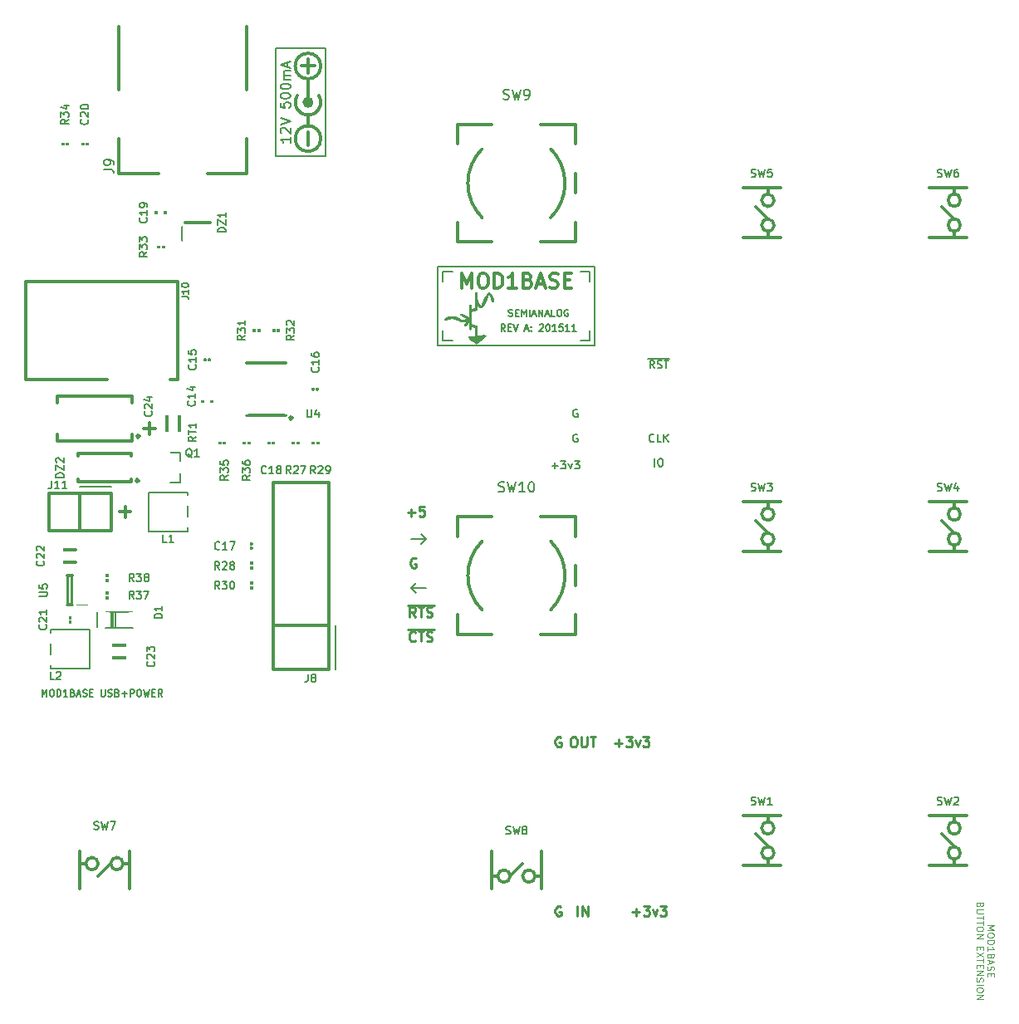
<source format=gto>
G04 #@! TF.FileFunction,Legend,Top*
%FSLAX46Y46*%
G04 Gerber Fmt 4.6, Leading zero omitted, Abs format (unit mm)*
G04 Created by KiCad (PCBNEW (2015-11-18 BZR 6323, Git 5ab5a1f)-product) date Thu 19 Nov 2015 11:51:04 PM EST*
%MOMM*%
G01*
G04 APERTURE LIST*
%ADD10C,0.100000*%
%ADD11C,0.300000*%
%ADD12C,0.200000*%
%ADD13C,0.175000*%
%ADD14C,0.250000*%
%ADD15C,0.125000*%
%ADD16C,0.375000*%
%ADD17C,0.002540*%
%ADD18C,0.350000*%
%ADD19C,0.150000*%
%ADD20C,1.000000*%
%ADD21R,2.686000X1.924000*%
%ADD22O,2.686000X1.924000*%
%ADD23R,2.400000X4.900000*%
%ADD24O,2.400000X5.400000*%
%ADD25O,5.900000X2.400000*%
%ADD26R,1.924000X2.686000*%
%ADD27O,1.924000X2.686000*%
%ADD28C,1.600000*%
%ADD29C,9.400000*%
%ADD30C,1.400000*%
%ADD31R,1.350000X1.300000*%
%ADD32R,1.300000X1.350000*%
%ADD33R,1.850000X1.550000*%
%ADD34R,1.500000X1.700000*%
%ADD35R,1.300000X1.700000*%
%ADD36C,4.700000*%
%ADD37O,2.400000X2.400000*%
%ADD38R,1.700000X1.300000*%
%ADD39R,1.700000X1.200000*%
%ADD40R,1.400000X1.250000*%
%ADD41R,1.250000X1.400000*%
%ADD42R,2.200000X1.450000*%
%ADD43C,1.924000*%
%ADD44C,2.178000*%
%ADD45C,4.210000*%
%ADD46O,1.950000X0.800000*%
%ADD47R,1.600000X2.200000*%
%ADD48R,3.100000X1.400000*%
%ADD49R,1.500000X1.000000*%
%ADD50R,1.300000X1.600000*%
%ADD51R,2.750000X2.850000*%
%ADD52R,2.800000X1.950000*%
G04 APERTURE END LIST*
D10*
D11*
X10107143Y-49071428D02*
X10107143Y-47928571D01*
X10678571Y-48500000D02*
X9535714Y-48500000D01*
D12*
X57500000Y-30000000D02*
X57500000Y-31000000D01*
X57500000Y-31000000D02*
X56500000Y-31000000D01*
D13*
X49200000Y-28533333D02*
X49300000Y-28566667D01*
X49466667Y-28566667D01*
X49533334Y-28533333D01*
X49566667Y-28500000D01*
X49600000Y-28433333D01*
X49600000Y-28366667D01*
X49566667Y-28300000D01*
X49533334Y-28266667D01*
X49466667Y-28233333D01*
X49333334Y-28200000D01*
X49266667Y-28166667D01*
X49233334Y-28133333D01*
X49200000Y-28066667D01*
X49200000Y-28000000D01*
X49233334Y-27933333D01*
X49266667Y-27900000D01*
X49333334Y-27866667D01*
X49500000Y-27866667D01*
X49600000Y-27900000D01*
X49900001Y-28200000D02*
X50133334Y-28200000D01*
X50233334Y-28566667D02*
X49900001Y-28566667D01*
X49900001Y-27866667D01*
X50233334Y-27866667D01*
X50533334Y-28566667D02*
X50533334Y-27866667D01*
X50766667Y-28366667D01*
X51000000Y-27866667D01*
X51000000Y-28566667D01*
X51333334Y-28566667D02*
X51333334Y-27866667D01*
X51633333Y-28366667D02*
X51966667Y-28366667D01*
X51566667Y-28566667D02*
X51800000Y-27866667D01*
X52033333Y-28566667D01*
X52266667Y-28566667D02*
X52266667Y-27866667D01*
X52666667Y-28566667D01*
X52666667Y-27866667D01*
X52966666Y-28366667D02*
X53300000Y-28366667D01*
X52900000Y-28566667D02*
X53133333Y-27866667D01*
X53366666Y-28566667D01*
X53933333Y-28566667D02*
X53600000Y-28566667D01*
X53600000Y-27866667D01*
X54300000Y-27866667D02*
X54433333Y-27866667D01*
X54500000Y-27900000D01*
X54566667Y-27966667D01*
X54600000Y-28100000D01*
X54600000Y-28333333D01*
X54566667Y-28466667D01*
X54500000Y-28533333D01*
X54433333Y-28566667D01*
X54300000Y-28566667D01*
X54233333Y-28533333D01*
X54166667Y-28466667D01*
X54133333Y-28333333D01*
X54133333Y-28100000D01*
X54166667Y-27966667D01*
X54233333Y-27900000D01*
X54300000Y-27866667D01*
X55266666Y-27900000D02*
X55200000Y-27866667D01*
X55100000Y-27866667D01*
X55000000Y-27900000D01*
X54933333Y-27966667D01*
X54900000Y-28033333D01*
X54866666Y-28166667D01*
X54866666Y-28266667D01*
X54900000Y-28400000D01*
X54933333Y-28466667D01*
X55000000Y-28533333D01*
X55100000Y-28566667D01*
X55166666Y-28566667D01*
X55266666Y-28533333D01*
X55300000Y-28500000D01*
X55300000Y-28266667D01*
X55166666Y-28266667D01*
D12*
X53628571Y-43807143D02*
X54238095Y-43807143D01*
X53933333Y-44111905D02*
X53933333Y-43502381D01*
X54542857Y-43311905D02*
X55038095Y-43311905D01*
X54771428Y-43616667D01*
X54885714Y-43616667D01*
X54961904Y-43654762D01*
X55000000Y-43692857D01*
X55038095Y-43769048D01*
X55038095Y-43959524D01*
X55000000Y-44035714D01*
X54961904Y-44073810D01*
X54885714Y-44111905D01*
X54657142Y-44111905D01*
X54580952Y-44073810D01*
X54542857Y-44035714D01*
X55304762Y-43578571D02*
X55495238Y-44111905D01*
X55685714Y-43578571D01*
X55914286Y-43311905D02*
X56409524Y-43311905D01*
X56142857Y-43616667D01*
X56257143Y-43616667D01*
X56333333Y-43654762D01*
X56371429Y-43692857D01*
X56409524Y-43769048D01*
X56409524Y-43959524D01*
X56371429Y-44035714D01*
X56333333Y-44073810D01*
X56257143Y-44111905D01*
X56028571Y-44111905D01*
X55952381Y-44073810D01*
X55914286Y-44035714D01*
X56209524Y-38100000D02*
X56133333Y-38061905D01*
X56019048Y-38061905D01*
X55904762Y-38100000D01*
X55828571Y-38176190D01*
X55790476Y-38252381D01*
X55752381Y-38404762D01*
X55752381Y-38519048D01*
X55790476Y-38671429D01*
X55828571Y-38747619D01*
X55904762Y-38823810D01*
X56019048Y-38861905D01*
X56095238Y-38861905D01*
X56209524Y-38823810D01*
X56247619Y-38785714D01*
X56247619Y-38519048D01*
X56095238Y-38519048D01*
X56209524Y-40600000D02*
X56133333Y-40561905D01*
X56019048Y-40561905D01*
X55904762Y-40600000D01*
X55828571Y-40676190D01*
X55790476Y-40752381D01*
X55752381Y-40904762D01*
X55752381Y-41019048D01*
X55790476Y-41171429D01*
X55828571Y-41247619D01*
X55904762Y-41323810D01*
X56019048Y-41361905D01*
X56095238Y-41361905D01*
X56209524Y-41323810D01*
X56247619Y-41285714D01*
X56247619Y-41019048D01*
X56095238Y-41019048D01*
X64061905Y-33861905D02*
X63795238Y-33480952D01*
X63604762Y-33861905D02*
X63604762Y-33061905D01*
X63909524Y-33061905D01*
X63985715Y-33100000D01*
X64023810Y-33138095D01*
X64061905Y-33214286D01*
X64061905Y-33328571D01*
X64023810Y-33404762D01*
X63985715Y-33442857D01*
X63909524Y-33480952D01*
X63604762Y-33480952D01*
X64366667Y-33823810D02*
X64480953Y-33861905D01*
X64671429Y-33861905D01*
X64747619Y-33823810D01*
X64785715Y-33785714D01*
X64823810Y-33709524D01*
X64823810Y-33633333D01*
X64785715Y-33557143D01*
X64747619Y-33519048D01*
X64671429Y-33480952D01*
X64519048Y-33442857D01*
X64442857Y-33404762D01*
X64404762Y-33366667D01*
X64366667Y-33290476D01*
X64366667Y-33214286D01*
X64404762Y-33138095D01*
X64442857Y-33100000D01*
X64519048Y-33061905D01*
X64709524Y-33061905D01*
X64823810Y-33100000D01*
X65052381Y-33061905D02*
X65509524Y-33061905D01*
X65280953Y-33861905D02*
X65280953Y-33061905D01*
X63414286Y-32924000D02*
X65585715Y-32924000D01*
X64023810Y-41285714D02*
X63985715Y-41323810D01*
X63871429Y-41361905D01*
X63795239Y-41361905D01*
X63680953Y-41323810D01*
X63604762Y-41247619D01*
X63566667Y-41171429D01*
X63528572Y-41019048D01*
X63528572Y-40904762D01*
X63566667Y-40752381D01*
X63604762Y-40676190D01*
X63680953Y-40600000D01*
X63795239Y-40561905D01*
X63871429Y-40561905D01*
X63985715Y-40600000D01*
X64023810Y-40638095D01*
X64747620Y-41361905D02*
X64366667Y-41361905D01*
X64366667Y-40561905D01*
X65014286Y-41361905D02*
X65014286Y-40561905D01*
X65471429Y-41361905D02*
X65128572Y-40904762D01*
X65471429Y-40561905D02*
X65014286Y-41019048D01*
X64080953Y-43861905D02*
X64080953Y-43061905D01*
X64614286Y-43061905D02*
X64766667Y-43061905D01*
X64842858Y-43100000D01*
X64919048Y-43176190D01*
X64957143Y-43328571D01*
X64957143Y-43595238D01*
X64919048Y-43747619D01*
X64842858Y-43823810D01*
X64766667Y-43861905D01*
X64614286Y-43861905D01*
X64538096Y-43823810D01*
X64461905Y-43747619D01*
X64423810Y-43595238D01*
X64423810Y-43328571D01*
X64461905Y-43176190D01*
X64538096Y-43100000D01*
X64614286Y-43061905D01*
D14*
X55750000Y-71452381D02*
X55940477Y-71452381D01*
X56035715Y-71500000D01*
X56130953Y-71595238D01*
X56178572Y-71785714D01*
X56178572Y-72119048D01*
X56130953Y-72309524D01*
X56035715Y-72404762D01*
X55940477Y-72452381D01*
X55750000Y-72452381D01*
X55654762Y-72404762D01*
X55559524Y-72309524D01*
X55511905Y-72119048D01*
X55511905Y-71785714D01*
X55559524Y-71595238D01*
X55654762Y-71500000D01*
X55750000Y-71452381D01*
X56607143Y-71452381D02*
X56607143Y-72261905D01*
X56654762Y-72357143D01*
X56702381Y-72404762D01*
X56797619Y-72452381D01*
X56988096Y-72452381D01*
X57083334Y-72404762D01*
X57130953Y-72357143D01*
X57178572Y-72261905D01*
X57178572Y-71452381D01*
X57511905Y-71452381D02*
X58083334Y-71452381D01*
X57797619Y-72452381D02*
X57797619Y-71452381D01*
X54511905Y-71500000D02*
X54416667Y-71452381D01*
X54273810Y-71452381D01*
X54130952Y-71500000D01*
X54035714Y-71595238D01*
X53988095Y-71690476D01*
X53940476Y-71880952D01*
X53940476Y-72023810D01*
X53988095Y-72214286D01*
X54035714Y-72309524D01*
X54130952Y-72404762D01*
X54273810Y-72452381D01*
X54369048Y-72452381D01*
X54511905Y-72404762D01*
X54559524Y-72357143D01*
X54559524Y-72023810D01*
X54369048Y-72023810D01*
X60035714Y-72071429D02*
X60797619Y-72071429D01*
X60416667Y-72452381D02*
X60416667Y-71690476D01*
X61178571Y-71452381D02*
X61797619Y-71452381D01*
X61464285Y-71833333D01*
X61607143Y-71833333D01*
X61702381Y-71880952D01*
X61750000Y-71928571D01*
X61797619Y-72023810D01*
X61797619Y-72261905D01*
X61750000Y-72357143D01*
X61702381Y-72404762D01*
X61607143Y-72452381D01*
X61321428Y-72452381D01*
X61226190Y-72404762D01*
X61178571Y-72357143D01*
X62130952Y-71785714D02*
X62369047Y-72452381D01*
X62607143Y-71785714D01*
X62892857Y-71452381D02*
X63511905Y-71452381D01*
X63178571Y-71833333D01*
X63321429Y-71833333D01*
X63416667Y-71880952D01*
X63464286Y-71928571D01*
X63511905Y-72023810D01*
X63511905Y-72261905D01*
X63464286Y-72357143D01*
X63416667Y-72404762D01*
X63321429Y-72452381D01*
X63035714Y-72452381D01*
X62940476Y-72404762D01*
X62892857Y-72357143D01*
X61785714Y-89321429D02*
X62547619Y-89321429D01*
X62166667Y-89702381D02*
X62166667Y-88940476D01*
X62928571Y-88702381D02*
X63547619Y-88702381D01*
X63214285Y-89083333D01*
X63357143Y-89083333D01*
X63452381Y-89130952D01*
X63500000Y-89178571D01*
X63547619Y-89273810D01*
X63547619Y-89511905D01*
X63500000Y-89607143D01*
X63452381Y-89654762D01*
X63357143Y-89702381D01*
X63071428Y-89702381D01*
X62976190Y-89654762D01*
X62928571Y-89607143D01*
X63880952Y-89035714D02*
X64119047Y-89702381D01*
X64357143Y-89035714D01*
X64642857Y-88702381D02*
X65261905Y-88702381D01*
X64928571Y-89083333D01*
X65071429Y-89083333D01*
X65166667Y-89130952D01*
X65214286Y-89178571D01*
X65261905Y-89273810D01*
X65261905Y-89511905D01*
X65214286Y-89607143D01*
X65166667Y-89654762D01*
X65071429Y-89702381D01*
X64785714Y-89702381D01*
X64690476Y-89654762D01*
X64642857Y-89607143D01*
X54511905Y-88750000D02*
X54416667Y-88702381D01*
X54273810Y-88702381D01*
X54130952Y-88750000D01*
X54035714Y-88845238D01*
X53988095Y-88940476D01*
X53940476Y-89130952D01*
X53940476Y-89273810D01*
X53988095Y-89464286D01*
X54035714Y-89559524D01*
X54130952Y-89654762D01*
X54273810Y-89702381D01*
X54369048Y-89702381D01*
X54511905Y-89654762D01*
X54559524Y-89607143D01*
X54559524Y-89273810D01*
X54369048Y-89273810D01*
X56226191Y-89702381D02*
X56226191Y-88702381D01*
X56702381Y-89702381D02*
X56702381Y-88702381D01*
X57273810Y-89702381D01*
X57273810Y-88702381D01*
D12*
X40750000Y-51250000D02*
X40250000Y-50750000D01*
X40750000Y-51250000D02*
X40250000Y-51750000D01*
X39250000Y-51250000D02*
X40750000Y-51250000D01*
X39250000Y-56250000D02*
X39750000Y-55750000D01*
X39250000Y-56250000D02*
X40750000Y-56250000D01*
X39750000Y-56750000D02*
X39250000Y-56250000D01*
D14*
X39761905Y-53250000D02*
X39666667Y-53202381D01*
X39523810Y-53202381D01*
X39380952Y-53250000D01*
X39285714Y-53345238D01*
X39238095Y-53440476D01*
X39190476Y-53630952D01*
X39190476Y-53773810D01*
X39238095Y-53964286D01*
X39285714Y-54059524D01*
X39380952Y-54154762D01*
X39523810Y-54202381D01*
X39619048Y-54202381D01*
X39761905Y-54154762D01*
X39809524Y-54107143D01*
X39809524Y-53773810D01*
X39619048Y-53773810D01*
X38892857Y-48571429D02*
X39654762Y-48571429D01*
X39273810Y-48952381D02*
X39273810Y-48190476D01*
X40607143Y-47952381D02*
X40130952Y-47952381D01*
X40083333Y-48428571D01*
X40130952Y-48380952D01*
X40226190Y-48333333D01*
X40464286Y-48333333D01*
X40559524Y-48380952D01*
X40607143Y-48428571D01*
X40654762Y-48523810D01*
X40654762Y-48761905D01*
X40607143Y-48857143D01*
X40559524Y-48904762D01*
X40464286Y-48952381D01*
X40226190Y-48952381D01*
X40130952Y-48904762D01*
X40083333Y-48857143D01*
X39702381Y-59202381D02*
X39369047Y-58726190D01*
X39130952Y-59202381D02*
X39130952Y-58202381D01*
X39511905Y-58202381D01*
X39607143Y-58250000D01*
X39654762Y-58297619D01*
X39702381Y-58392857D01*
X39702381Y-58535714D01*
X39654762Y-58630952D01*
X39607143Y-58678571D01*
X39511905Y-58726190D01*
X39130952Y-58726190D01*
X39988095Y-58202381D02*
X40559524Y-58202381D01*
X40273809Y-59202381D02*
X40273809Y-58202381D01*
X40845238Y-59154762D02*
X40988095Y-59202381D01*
X41226191Y-59202381D01*
X41321429Y-59154762D01*
X41369048Y-59107143D01*
X41416667Y-59011905D01*
X41416667Y-58916667D01*
X41369048Y-58821429D01*
X41321429Y-58773810D01*
X41226191Y-58726190D01*
X41035714Y-58678571D01*
X40940476Y-58630952D01*
X40892857Y-58583333D01*
X40845238Y-58488095D01*
X40845238Y-58392857D01*
X40892857Y-58297619D01*
X40940476Y-58250000D01*
X41035714Y-58202381D01*
X41273810Y-58202381D01*
X41416667Y-58250000D01*
X38892857Y-58030000D02*
X41607143Y-58030000D01*
X39702381Y-61607143D02*
X39654762Y-61654762D01*
X39511905Y-61702381D01*
X39416667Y-61702381D01*
X39273809Y-61654762D01*
X39178571Y-61559524D01*
X39130952Y-61464286D01*
X39083333Y-61273810D01*
X39083333Y-61130952D01*
X39130952Y-60940476D01*
X39178571Y-60845238D01*
X39273809Y-60750000D01*
X39416667Y-60702381D01*
X39511905Y-60702381D01*
X39654762Y-60750000D01*
X39702381Y-60797619D01*
X39988095Y-60702381D02*
X40559524Y-60702381D01*
X40273809Y-61702381D02*
X40273809Y-60702381D01*
X40845238Y-61654762D02*
X40988095Y-61702381D01*
X41226191Y-61702381D01*
X41321429Y-61654762D01*
X41369048Y-61607143D01*
X41416667Y-61511905D01*
X41416667Y-61416667D01*
X41369048Y-61321429D01*
X41321429Y-61273810D01*
X41226191Y-61226190D01*
X41035714Y-61178571D01*
X40940476Y-61130952D01*
X40892857Y-61083333D01*
X40845238Y-60988095D01*
X40845238Y-60892857D01*
X40892857Y-60797619D01*
X40940476Y-60750000D01*
X41035714Y-60702381D01*
X41273810Y-60702381D01*
X41416667Y-60750000D01*
X38892857Y-60530000D02*
X41607143Y-60530000D01*
D11*
X12607143Y-40571428D02*
X12607143Y-39428571D01*
X13178571Y-40000000D02*
X12035714Y-40000000D01*
D12*
X25500000Y-1250000D02*
X30500000Y-1250000D01*
X25500000Y-12250000D02*
X25500000Y-1250000D01*
X30500000Y-12250000D02*
X25500000Y-12250000D01*
X30500000Y-1250000D02*
X30500000Y-12250000D01*
D15*
X97985833Y-90666667D02*
X98685833Y-90666667D01*
X98185833Y-90900000D01*
X98685833Y-91133333D01*
X97985833Y-91133333D01*
X98685833Y-91600000D02*
X98685833Y-91733333D01*
X98652500Y-91800000D01*
X98585833Y-91866667D01*
X98452500Y-91900000D01*
X98219167Y-91900000D01*
X98085833Y-91866667D01*
X98019167Y-91800000D01*
X97985833Y-91733333D01*
X97985833Y-91600000D01*
X98019167Y-91533333D01*
X98085833Y-91466667D01*
X98219167Y-91433333D01*
X98452500Y-91433333D01*
X98585833Y-91466667D01*
X98652500Y-91533333D01*
X98685833Y-91600000D01*
X97985833Y-92200000D02*
X98685833Y-92200000D01*
X98685833Y-92366666D01*
X98652500Y-92466666D01*
X98585833Y-92533333D01*
X98519167Y-92566666D01*
X98385833Y-92600000D01*
X98285833Y-92600000D01*
X98152500Y-92566666D01*
X98085833Y-92533333D01*
X98019167Y-92466666D01*
X97985833Y-92366666D01*
X97985833Y-92200000D01*
X97985833Y-93266666D02*
X97985833Y-92866666D01*
X97985833Y-93066666D02*
X98685833Y-93066666D01*
X98585833Y-93000000D01*
X98519167Y-92933333D01*
X98485833Y-92866666D01*
X98352500Y-93800000D02*
X98319167Y-93900000D01*
X98285833Y-93933333D01*
X98219167Y-93966667D01*
X98119167Y-93966667D01*
X98052500Y-93933333D01*
X98019167Y-93900000D01*
X97985833Y-93833333D01*
X97985833Y-93566667D01*
X98685833Y-93566667D01*
X98685833Y-93800000D01*
X98652500Y-93866667D01*
X98619167Y-93900000D01*
X98552500Y-93933333D01*
X98485833Y-93933333D01*
X98419167Y-93900000D01*
X98385833Y-93866667D01*
X98352500Y-93800000D01*
X98352500Y-93566667D01*
X98185833Y-94233333D02*
X98185833Y-94566667D01*
X97985833Y-94166667D02*
X98685833Y-94400000D01*
X97985833Y-94633333D01*
X98019167Y-94833333D02*
X97985833Y-94933333D01*
X97985833Y-95100000D01*
X98019167Y-95166667D01*
X98052500Y-95200000D01*
X98119167Y-95233333D01*
X98185833Y-95233333D01*
X98252500Y-95200000D01*
X98285833Y-95166667D01*
X98319167Y-95100000D01*
X98352500Y-94966667D01*
X98385833Y-94900000D01*
X98419167Y-94866667D01*
X98485833Y-94833333D01*
X98552500Y-94833333D01*
X98619167Y-94866667D01*
X98652500Y-94900000D01*
X98685833Y-94966667D01*
X98685833Y-95133333D01*
X98652500Y-95233333D01*
X98352500Y-95533334D02*
X98352500Y-95766667D01*
X97985833Y-95866667D02*
X97985833Y-95533334D01*
X98685833Y-95533334D01*
X98685833Y-95866667D01*
X97247500Y-88566669D02*
X97214167Y-88666669D01*
X97180833Y-88700002D01*
X97114167Y-88733336D01*
X97014167Y-88733336D01*
X96947500Y-88700002D01*
X96914167Y-88666669D01*
X96880833Y-88600002D01*
X96880833Y-88333336D01*
X97580833Y-88333336D01*
X97580833Y-88566669D01*
X97547500Y-88633336D01*
X97514167Y-88666669D01*
X97447500Y-88700002D01*
X97380833Y-88700002D01*
X97314167Y-88666669D01*
X97280833Y-88633336D01*
X97247500Y-88566669D01*
X97247500Y-88333336D01*
X97580833Y-89033336D02*
X97014167Y-89033336D01*
X96947500Y-89066669D01*
X96914167Y-89100002D01*
X96880833Y-89166669D01*
X96880833Y-89300002D01*
X96914167Y-89366669D01*
X96947500Y-89400002D01*
X97014167Y-89433336D01*
X97580833Y-89433336D01*
X97580833Y-89666669D02*
X97580833Y-90066669D01*
X96880833Y-89866669D02*
X97580833Y-89866669D01*
X97580833Y-90200002D02*
X97580833Y-90600002D01*
X96880833Y-90400002D02*
X97580833Y-90400002D01*
X97580833Y-90966668D02*
X97580833Y-91100001D01*
X97547500Y-91166668D01*
X97480833Y-91233335D01*
X97347500Y-91266668D01*
X97114167Y-91266668D01*
X96980833Y-91233335D01*
X96914167Y-91166668D01*
X96880833Y-91100001D01*
X96880833Y-90966668D01*
X96914167Y-90900001D01*
X96980833Y-90833335D01*
X97114167Y-90800001D01*
X97347500Y-90800001D01*
X97480833Y-90833335D01*
X97547500Y-90900001D01*
X97580833Y-90966668D01*
X96880833Y-91566668D02*
X97580833Y-91566668D01*
X96880833Y-91966668D01*
X97580833Y-91966668D01*
X97247500Y-92833334D02*
X97247500Y-93066667D01*
X96880833Y-93166667D02*
X96880833Y-92833334D01*
X97580833Y-92833334D01*
X97580833Y-93166667D01*
X97580833Y-93400000D02*
X96880833Y-93866667D01*
X97580833Y-93866667D02*
X96880833Y-93400000D01*
X97580833Y-94033334D02*
X97580833Y-94433334D01*
X96880833Y-94233334D02*
X97580833Y-94233334D01*
X97247500Y-94666667D02*
X97247500Y-94900000D01*
X96880833Y-95000000D02*
X96880833Y-94666667D01*
X97580833Y-94666667D01*
X97580833Y-95000000D01*
X96880833Y-95300000D02*
X97580833Y-95300000D01*
X96880833Y-95700000D01*
X97580833Y-95700000D01*
X96914167Y-95999999D02*
X96880833Y-96099999D01*
X96880833Y-96266666D01*
X96914167Y-96333333D01*
X96947500Y-96366666D01*
X97014167Y-96399999D01*
X97080833Y-96399999D01*
X97147500Y-96366666D01*
X97180833Y-96333333D01*
X97214167Y-96266666D01*
X97247500Y-96133333D01*
X97280833Y-96066666D01*
X97314167Y-96033333D01*
X97380833Y-95999999D01*
X97447500Y-95999999D01*
X97514167Y-96033333D01*
X97547500Y-96066666D01*
X97580833Y-96133333D01*
X97580833Y-96299999D01*
X97547500Y-96399999D01*
X96880833Y-96700000D02*
X97580833Y-96700000D01*
X97580833Y-97166666D02*
X97580833Y-97299999D01*
X97547500Y-97366666D01*
X97480833Y-97433333D01*
X97347500Y-97466666D01*
X97114167Y-97466666D01*
X96980833Y-97433333D01*
X96914167Y-97366666D01*
X96880833Y-97299999D01*
X96880833Y-97166666D01*
X96914167Y-97099999D01*
X96980833Y-97033333D01*
X97114167Y-96999999D01*
X97347500Y-96999999D01*
X97480833Y-97033333D01*
X97547500Y-97099999D01*
X97580833Y-97166666D01*
X96880833Y-97766666D02*
X97580833Y-97766666D01*
X96880833Y-98166666D01*
X97580833Y-98166666D01*
D13*
X1633334Y-67316667D02*
X1633334Y-66616667D01*
X1866667Y-67116667D01*
X2100000Y-66616667D01*
X2100000Y-67316667D01*
X2566667Y-66616667D02*
X2700000Y-66616667D01*
X2766667Y-66650000D01*
X2833334Y-66716667D01*
X2866667Y-66850000D01*
X2866667Y-67083333D01*
X2833334Y-67216667D01*
X2766667Y-67283333D01*
X2700000Y-67316667D01*
X2566667Y-67316667D01*
X2500000Y-67283333D01*
X2433334Y-67216667D01*
X2400000Y-67083333D01*
X2400000Y-66850000D01*
X2433334Y-66716667D01*
X2500000Y-66650000D01*
X2566667Y-66616667D01*
X3166667Y-67316667D02*
X3166667Y-66616667D01*
X3333333Y-66616667D01*
X3433333Y-66650000D01*
X3500000Y-66716667D01*
X3533333Y-66783333D01*
X3566667Y-66916667D01*
X3566667Y-67016667D01*
X3533333Y-67150000D01*
X3500000Y-67216667D01*
X3433333Y-67283333D01*
X3333333Y-67316667D01*
X3166667Y-67316667D01*
X4233333Y-67316667D02*
X3833333Y-67316667D01*
X4033333Y-67316667D02*
X4033333Y-66616667D01*
X3966667Y-66716667D01*
X3900000Y-66783333D01*
X3833333Y-66816667D01*
X4766667Y-66950000D02*
X4866667Y-66983333D01*
X4900000Y-67016667D01*
X4933334Y-67083333D01*
X4933334Y-67183333D01*
X4900000Y-67250000D01*
X4866667Y-67283333D01*
X4800000Y-67316667D01*
X4533334Y-67316667D01*
X4533334Y-66616667D01*
X4766667Y-66616667D01*
X4833334Y-66650000D01*
X4866667Y-66683333D01*
X4900000Y-66750000D01*
X4900000Y-66816667D01*
X4866667Y-66883333D01*
X4833334Y-66916667D01*
X4766667Y-66950000D01*
X4533334Y-66950000D01*
X5200000Y-67116667D02*
X5533334Y-67116667D01*
X5133334Y-67316667D02*
X5366667Y-66616667D01*
X5600000Y-67316667D01*
X5800000Y-67283333D02*
X5900000Y-67316667D01*
X6066667Y-67316667D01*
X6133334Y-67283333D01*
X6166667Y-67250000D01*
X6200000Y-67183333D01*
X6200000Y-67116667D01*
X6166667Y-67050000D01*
X6133334Y-67016667D01*
X6066667Y-66983333D01*
X5933334Y-66950000D01*
X5866667Y-66916667D01*
X5833334Y-66883333D01*
X5800000Y-66816667D01*
X5800000Y-66750000D01*
X5833334Y-66683333D01*
X5866667Y-66650000D01*
X5933334Y-66616667D01*
X6100000Y-66616667D01*
X6200000Y-66650000D01*
X6500001Y-66950000D02*
X6733334Y-66950000D01*
X6833334Y-67316667D02*
X6500001Y-67316667D01*
X6500001Y-66616667D01*
X6833334Y-66616667D01*
X7666667Y-66616667D02*
X7666667Y-67183333D01*
X7700000Y-67250000D01*
X7733333Y-67283333D01*
X7800000Y-67316667D01*
X7933333Y-67316667D01*
X8000000Y-67283333D01*
X8033333Y-67250000D01*
X8066667Y-67183333D01*
X8066667Y-66616667D01*
X8366666Y-67283333D02*
X8466666Y-67316667D01*
X8633333Y-67316667D01*
X8700000Y-67283333D01*
X8733333Y-67250000D01*
X8766666Y-67183333D01*
X8766666Y-67116667D01*
X8733333Y-67050000D01*
X8700000Y-67016667D01*
X8633333Y-66983333D01*
X8500000Y-66950000D01*
X8433333Y-66916667D01*
X8400000Y-66883333D01*
X8366666Y-66816667D01*
X8366666Y-66750000D01*
X8400000Y-66683333D01*
X8433333Y-66650000D01*
X8500000Y-66616667D01*
X8666666Y-66616667D01*
X8766666Y-66650000D01*
X9300000Y-66950000D02*
X9400000Y-66983333D01*
X9433333Y-67016667D01*
X9466667Y-67083333D01*
X9466667Y-67183333D01*
X9433333Y-67250000D01*
X9400000Y-67283333D01*
X9333333Y-67316667D01*
X9066667Y-67316667D01*
X9066667Y-66616667D01*
X9300000Y-66616667D01*
X9366667Y-66650000D01*
X9400000Y-66683333D01*
X9433333Y-66750000D01*
X9433333Y-66816667D01*
X9400000Y-66883333D01*
X9366667Y-66916667D01*
X9300000Y-66950000D01*
X9066667Y-66950000D01*
X9766667Y-67050000D02*
X10300000Y-67050000D01*
X10033333Y-67316667D02*
X10033333Y-66783333D01*
X10633334Y-67316667D02*
X10633334Y-66616667D01*
X10900000Y-66616667D01*
X10966667Y-66650000D01*
X11000000Y-66683333D01*
X11033334Y-66750000D01*
X11033334Y-66850000D01*
X11000000Y-66916667D01*
X10966667Y-66950000D01*
X10900000Y-66983333D01*
X10633334Y-66983333D01*
X11466667Y-66616667D02*
X11600000Y-66616667D01*
X11666667Y-66650000D01*
X11733334Y-66716667D01*
X11766667Y-66850000D01*
X11766667Y-67083333D01*
X11733334Y-67216667D01*
X11666667Y-67283333D01*
X11600000Y-67316667D01*
X11466667Y-67316667D01*
X11400000Y-67283333D01*
X11333334Y-67216667D01*
X11300000Y-67083333D01*
X11300000Y-66850000D01*
X11333334Y-66716667D01*
X11400000Y-66650000D01*
X11466667Y-66616667D01*
X12000000Y-66616667D02*
X12166667Y-67316667D01*
X12300000Y-66816667D01*
X12433333Y-67316667D01*
X12600000Y-66616667D01*
X12866667Y-66950000D02*
X13100000Y-66950000D01*
X13200000Y-67316667D02*
X12866667Y-67316667D01*
X12866667Y-66616667D01*
X13200000Y-66616667D01*
X13900000Y-67316667D02*
X13666666Y-66983333D01*
X13500000Y-67316667D02*
X13500000Y-66616667D01*
X13766666Y-66616667D01*
X13833333Y-66650000D01*
X13866666Y-66683333D01*
X13900000Y-66750000D01*
X13900000Y-66850000D01*
X13866666Y-66916667D01*
X13833333Y-66950000D01*
X13766666Y-66983333D01*
X13500000Y-66983333D01*
D12*
X42000000Y-31500000D02*
X42000000Y-23500000D01*
X58000000Y-31500000D02*
X42000000Y-31500000D01*
X58000000Y-23500000D02*
X58000000Y-31500000D01*
X42000000Y-23500000D02*
X58000000Y-23500000D01*
X42500000Y-31000000D02*
X43500000Y-31000000D01*
X42500000Y-30000000D02*
X42500000Y-31000000D01*
X57500000Y-24000000D02*
X57500000Y-25000000D01*
X56500000Y-24000000D02*
X57500000Y-24000000D01*
X42500000Y-24000000D02*
X42500000Y-25000000D01*
X43500000Y-24000000D02*
X42500000Y-24000000D01*
D13*
X48850000Y-30066667D02*
X48616666Y-29733333D01*
X48450000Y-30066667D02*
X48450000Y-29366667D01*
X48716666Y-29366667D01*
X48783333Y-29400000D01*
X48816666Y-29433333D01*
X48850000Y-29500000D01*
X48850000Y-29600000D01*
X48816666Y-29666667D01*
X48783333Y-29700000D01*
X48716666Y-29733333D01*
X48450000Y-29733333D01*
X49150000Y-29700000D02*
X49383333Y-29700000D01*
X49483333Y-30066667D02*
X49150000Y-30066667D01*
X49150000Y-29366667D01*
X49483333Y-29366667D01*
X49683333Y-29366667D02*
X49916666Y-30066667D01*
X50149999Y-29366667D01*
X50883332Y-29866667D02*
X51216666Y-29866667D01*
X50816666Y-30066667D02*
X51049999Y-29366667D01*
X51283332Y-30066667D01*
X51516666Y-30000000D02*
X51549999Y-30033333D01*
X51516666Y-30066667D01*
X51483332Y-30033333D01*
X51516666Y-30000000D01*
X51516666Y-30066667D01*
X51516666Y-29633333D02*
X51549999Y-29666667D01*
X51516666Y-29700000D01*
X51483332Y-29666667D01*
X51516666Y-29633333D01*
X51516666Y-29700000D01*
X52349998Y-29433333D02*
X52383332Y-29400000D01*
X52449998Y-29366667D01*
X52616665Y-29366667D01*
X52683332Y-29400000D01*
X52716665Y-29433333D01*
X52749998Y-29500000D01*
X52749998Y-29566667D01*
X52716665Y-29666667D01*
X52316665Y-30066667D01*
X52749998Y-30066667D01*
X53183332Y-29366667D02*
X53249999Y-29366667D01*
X53316665Y-29400000D01*
X53349999Y-29433333D01*
X53383332Y-29500000D01*
X53416665Y-29633333D01*
X53416665Y-29800000D01*
X53383332Y-29933333D01*
X53349999Y-30000000D01*
X53316665Y-30033333D01*
X53249999Y-30066667D01*
X53183332Y-30066667D01*
X53116665Y-30033333D01*
X53083332Y-30000000D01*
X53049999Y-29933333D01*
X53016665Y-29800000D01*
X53016665Y-29633333D01*
X53049999Y-29500000D01*
X53083332Y-29433333D01*
X53116665Y-29400000D01*
X53183332Y-29366667D01*
X54083332Y-30066667D02*
X53683332Y-30066667D01*
X53883332Y-30066667D02*
X53883332Y-29366667D01*
X53816666Y-29466667D01*
X53749999Y-29533333D01*
X53683332Y-29566667D01*
X54716666Y-29366667D02*
X54383333Y-29366667D01*
X54349999Y-29700000D01*
X54383333Y-29666667D01*
X54449999Y-29633333D01*
X54616666Y-29633333D01*
X54683333Y-29666667D01*
X54716666Y-29700000D01*
X54749999Y-29766667D01*
X54749999Y-29933333D01*
X54716666Y-30000000D01*
X54683333Y-30033333D01*
X54616666Y-30066667D01*
X54449999Y-30066667D01*
X54383333Y-30033333D01*
X54349999Y-30000000D01*
X55416666Y-30066667D02*
X55016666Y-30066667D01*
X55216666Y-30066667D02*
X55216666Y-29366667D01*
X55150000Y-29466667D01*
X55083333Y-29533333D01*
X55016666Y-29566667D01*
X56083333Y-30066667D02*
X55683333Y-30066667D01*
X55883333Y-30066667D02*
X55883333Y-29366667D01*
X55816667Y-29466667D01*
X55750000Y-29533333D01*
X55683333Y-29566667D01*
D16*
X44464286Y-25678571D02*
X44464286Y-24178571D01*
X44964286Y-25250000D01*
X45464286Y-24178571D01*
X45464286Y-25678571D01*
X46464286Y-24178571D02*
X46750000Y-24178571D01*
X46892858Y-24250000D01*
X47035715Y-24392857D01*
X47107143Y-24678571D01*
X47107143Y-25178571D01*
X47035715Y-25464286D01*
X46892858Y-25607143D01*
X46750000Y-25678571D01*
X46464286Y-25678571D01*
X46321429Y-25607143D01*
X46178572Y-25464286D01*
X46107143Y-25178571D01*
X46107143Y-24678571D01*
X46178572Y-24392857D01*
X46321429Y-24250000D01*
X46464286Y-24178571D01*
X47750001Y-25678571D02*
X47750001Y-24178571D01*
X48107144Y-24178571D01*
X48321429Y-24250000D01*
X48464287Y-24392857D01*
X48535715Y-24535714D01*
X48607144Y-24821429D01*
X48607144Y-25035714D01*
X48535715Y-25321429D01*
X48464287Y-25464286D01*
X48321429Y-25607143D01*
X48107144Y-25678571D01*
X47750001Y-25678571D01*
X50035715Y-25678571D02*
X49178572Y-25678571D01*
X49607144Y-25678571D02*
X49607144Y-24178571D01*
X49464287Y-24392857D01*
X49321429Y-24535714D01*
X49178572Y-24607143D01*
X51178572Y-24892857D02*
X51392858Y-24964286D01*
X51464286Y-25035714D01*
X51535715Y-25178571D01*
X51535715Y-25392857D01*
X51464286Y-25535714D01*
X51392858Y-25607143D01*
X51250000Y-25678571D01*
X50678572Y-25678571D01*
X50678572Y-24178571D01*
X51178572Y-24178571D01*
X51321429Y-24250000D01*
X51392858Y-24321429D01*
X51464286Y-24464286D01*
X51464286Y-24607143D01*
X51392858Y-24750000D01*
X51321429Y-24821429D01*
X51178572Y-24892857D01*
X50678572Y-24892857D01*
X52107143Y-25250000D02*
X52821429Y-25250000D01*
X51964286Y-25678571D02*
X52464286Y-24178571D01*
X52964286Y-25678571D01*
X53392857Y-25607143D02*
X53607143Y-25678571D01*
X53964286Y-25678571D01*
X54107143Y-25607143D01*
X54178572Y-25535714D01*
X54250000Y-25392857D01*
X54250000Y-25250000D01*
X54178572Y-25107143D01*
X54107143Y-25035714D01*
X53964286Y-24964286D01*
X53678572Y-24892857D01*
X53535714Y-24821429D01*
X53464286Y-24750000D01*
X53392857Y-24607143D01*
X53392857Y-24464286D01*
X53464286Y-24321429D01*
X53535714Y-24250000D01*
X53678572Y-24178571D01*
X54035714Y-24178571D01*
X54250000Y-24250000D01*
X54892857Y-24892857D02*
X55392857Y-24892857D01*
X55607143Y-25678571D02*
X54892857Y-25678571D01*
X54892857Y-24178571D01*
X55607143Y-24178571D01*
D17*
G36*
X47663000Y-26956760D02*
X47637600Y-27038040D01*
X47579180Y-27060900D01*
X47515680Y-27027880D01*
X47472500Y-26941520D01*
X47469960Y-26938980D01*
X47424240Y-26761180D01*
X47363280Y-26598620D01*
X47297240Y-26471620D01*
X47254060Y-26415740D01*
X47200720Y-26387800D01*
X47144840Y-26415740D01*
X47091500Y-26471620D01*
X47017840Y-26580840D01*
X46946720Y-26725620D01*
X46923860Y-26789120D01*
X46867980Y-26931360D01*
X46789240Y-27111700D01*
X46707960Y-27289500D01*
X46705420Y-27294580D01*
X46586040Y-27502860D01*
X46464120Y-27629860D01*
X46337120Y-27670500D01*
X46202500Y-27627320D01*
X46060260Y-27502860D01*
X46042480Y-27482540D01*
X45930720Y-27350460D01*
X45918020Y-27614620D01*
X45907860Y-27876240D01*
X45641160Y-27960060D01*
X45377000Y-28046420D01*
X45377000Y-28709360D01*
X45377000Y-29377380D01*
X45493840Y-29405320D01*
X45618300Y-29435800D01*
X45758000Y-29471360D01*
X45763080Y-29471360D01*
X45915480Y-29512000D01*
X45938340Y-29999680D01*
X45948500Y-30195260D01*
X45958660Y-30357820D01*
X45971360Y-30467040D01*
X45978980Y-30510220D01*
X46029780Y-30515300D01*
X46141540Y-30512760D01*
X46296480Y-30500060D01*
X46377760Y-30494980D01*
X46588580Y-30474660D01*
X46728280Y-30472120D01*
X46812100Y-30484820D01*
X46850200Y-30512760D01*
X46860360Y-30553400D01*
X46827340Y-30601660D01*
X46740980Y-30688020D01*
X46616520Y-30797240D01*
X46469200Y-30924240D01*
X46309180Y-31048700D01*
X46156780Y-31165540D01*
X46027240Y-31259520D01*
X45930720Y-31317940D01*
X45890080Y-31333180D01*
X45829120Y-31307780D01*
X45719900Y-31241740D01*
X45575120Y-31145220D01*
X45450660Y-31051240D01*
X45290640Y-30924240D01*
X45168720Y-30812480D01*
X45095060Y-30731200D01*
X45079820Y-30698180D01*
X45120460Y-30639760D01*
X45239840Y-30596580D01*
X45432880Y-30576260D01*
X45577660Y-30571180D01*
X45758000Y-30571180D01*
X45758000Y-30129220D01*
X45755460Y-29943800D01*
X45747840Y-29793940D01*
X45737680Y-29697420D01*
X45727520Y-29669480D01*
X45666560Y-29649160D01*
X45562420Y-29626300D01*
X45537020Y-29621220D01*
X45432880Y-29608520D01*
X45387160Y-29626300D01*
X45377000Y-29689800D01*
X45377000Y-29722820D01*
X45356680Y-29819340D01*
X45305880Y-29885380D01*
X45244920Y-29895540D01*
X45224600Y-29882840D01*
X45211900Y-29834580D01*
X45196660Y-29720280D01*
X45181420Y-29560260D01*
X45173800Y-29443420D01*
X45143320Y-29026860D01*
X45003620Y-29268160D01*
X44899480Y-29425640D01*
X44813120Y-29504380D01*
X44780100Y-29512000D01*
X44714060Y-29484060D01*
X44706440Y-29402780D01*
X44754700Y-29283400D01*
X44782640Y-29237680D01*
X44848680Y-29131000D01*
X44853760Y-29080200D01*
X44795340Y-29077660D01*
X44691200Y-29100520D01*
X44480380Y-29120840D01*
X44249240Y-29070040D01*
X43992700Y-28948120D01*
X43931740Y-28912560D01*
X43662500Y-28790640D01*
X43383100Y-28752540D01*
X43093540Y-28800800D01*
X43004640Y-28831280D01*
X42842080Y-28889700D01*
X42740480Y-28912560D01*
X42687140Y-28902400D01*
X42666820Y-28856680D01*
X42666820Y-28833820D01*
X42707460Y-28752540D01*
X42831920Y-28676340D01*
X43035120Y-28610300D01*
X43228160Y-28567120D01*
X43487240Y-28546800D01*
X43736160Y-28592520D01*
X43992700Y-28704280D01*
X44084140Y-28757620D01*
X44228920Y-28836360D01*
X44376240Y-28892240D01*
X44449900Y-28910020D01*
X44566740Y-28910020D01*
X44693740Y-28892240D01*
X44805500Y-28861760D01*
X44876620Y-28823660D01*
X44886780Y-28788100D01*
X44838520Y-28750000D01*
X44736920Y-28689040D01*
X44597220Y-28612840D01*
X44569280Y-28600140D01*
X44404180Y-28511240D01*
X44310200Y-28440120D01*
X44277180Y-28379160D01*
X44274640Y-28366460D01*
X44289880Y-28308040D01*
X44338140Y-28290260D01*
X44432120Y-28310580D01*
X44576900Y-28374080D01*
X44769940Y-28473140D01*
X44922340Y-28556960D01*
X45046800Y-28620460D01*
X45125540Y-28658560D01*
X45140780Y-28663640D01*
X45150940Y-28625540D01*
X45158560Y-28513780D01*
X45166180Y-28348680D01*
X45171260Y-28145480D01*
X45173800Y-28041340D01*
X45178880Y-27797500D01*
X45186500Y-27627320D01*
X45194120Y-27518100D01*
X45209360Y-27454600D01*
X45229680Y-27424120D01*
X45260160Y-27416500D01*
X45272860Y-27416500D01*
X45323660Y-27429200D01*
X45354140Y-27482540D01*
X45366840Y-27599380D01*
X45369380Y-27617160D01*
X45382080Y-27734000D01*
X45397320Y-27807660D01*
X45407480Y-27817820D01*
X45458280Y-27807660D01*
X45559880Y-27779720D01*
X45595440Y-27769560D01*
X45758000Y-27718760D01*
X45758000Y-26921200D01*
X45758000Y-26644340D01*
X45760540Y-26438600D01*
X45765620Y-26296360D01*
X45773240Y-26204920D01*
X45788480Y-26154120D01*
X45806260Y-26131260D01*
X45834200Y-26123640D01*
X45844360Y-26123640D01*
X45885000Y-26131260D01*
X45910400Y-26164280D01*
X45923100Y-26237940D01*
X45928180Y-26370020D01*
X45928180Y-26474160D01*
X45933260Y-26669740D01*
X45951040Y-26817060D01*
X45994220Y-26951680D01*
X46047560Y-27076140D01*
X46126300Y-27220920D01*
X46202500Y-27342840D01*
X46255840Y-27408880D01*
X46321880Y-27457140D01*
X46370140Y-27449520D01*
X46428560Y-27393640D01*
X46479360Y-27314900D01*
X46545400Y-27180280D01*
X46621600Y-27007560D01*
X46667320Y-26888180D01*
X46799400Y-26580840D01*
X46926400Y-26357320D01*
X47055940Y-26217620D01*
X47182940Y-26164280D01*
X47309940Y-26194760D01*
X47426780Y-26296360D01*
X47510600Y-26430980D01*
X47586800Y-26613860D01*
X47642680Y-26801820D01*
X47663000Y-26956760D01*
X47663000Y-26956760D01*
X47663000Y-26956760D01*
G37*
X47663000Y-26956760D02*
X47637600Y-27038040D01*
X47579180Y-27060900D01*
X47515680Y-27027880D01*
X47472500Y-26941520D01*
X47469960Y-26938980D01*
X47424240Y-26761180D01*
X47363280Y-26598620D01*
X47297240Y-26471620D01*
X47254060Y-26415740D01*
X47200720Y-26387800D01*
X47144840Y-26415740D01*
X47091500Y-26471620D01*
X47017840Y-26580840D01*
X46946720Y-26725620D01*
X46923860Y-26789120D01*
X46867980Y-26931360D01*
X46789240Y-27111700D01*
X46707960Y-27289500D01*
X46705420Y-27294580D01*
X46586040Y-27502860D01*
X46464120Y-27629860D01*
X46337120Y-27670500D01*
X46202500Y-27627320D01*
X46060260Y-27502860D01*
X46042480Y-27482540D01*
X45930720Y-27350460D01*
X45918020Y-27614620D01*
X45907860Y-27876240D01*
X45641160Y-27960060D01*
X45377000Y-28046420D01*
X45377000Y-28709360D01*
X45377000Y-29377380D01*
X45493840Y-29405320D01*
X45618300Y-29435800D01*
X45758000Y-29471360D01*
X45763080Y-29471360D01*
X45915480Y-29512000D01*
X45938340Y-29999680D01*
X45948500Y-30195260D01*
X45958660Y-30357820D01*
X45971360Y-30467040D01*
X45978980Y-30510220D01*
X46029780Y-30515300D01*
X46141540Y-30512760D01*
X46296480Y-30500060D01*
X46377760Y-30494980D01*
X46588580Y-30474660D01*
X46728280Y-30472120D01*
X46812100Y-30484820D01*
X46850200Y-30512760D01*
X46860360Y-30553400D01*
X46827340Y-30601660D01*
X46740980Y-30688020D01*
X46616520Y-30797240D01*
X46469200Y-30924240D01*
X46309180Y-31048700D01*
X46156780Y-31165540D01*
X46027240Y-31259520D01*
X45930720Y-31317940D01*
X45890080Y-31333180D01*
X45829120Y-31307780D01*
X45719900Y-31241740D01*
X45575120Y-31145220D01*
X45450660Y-31051240D01*
X45290640Y-30924240D01*
X45168720Y-30812480D01*
X45095060Y-30731200D01*
X45079820Y-30698180D01*
X45120460Y-30639760D01*
X45239840Y-30596580D01*
X45432880Y-30576260D01*
X45577660Y-30571180D01*
X45758000Y-30571180D01*
X45758000Y-30129220D01*
X45755460Y-29943800D01*
X45747840Y-29793940D01*
X45737680Y-29697420D01*
X45727520Y-29669480D01*
X45666560Y-29649160D01*
X45562420Y-29626300D01*
X45537020Y-29621220D01*
X45432880Y-29608520D01*
X45387160Y-29626300D01*
X45377000Y-29689800D01*
X45377000Y-29722820D01*
X45356680Y-29819340D01*
X45305880Y-29885380D01*
X45244920Y-29895540D01*
X45224600Y-29882840D01*
X45211900Y-29834580D01*
X45196660Y-29720280D01*
X45181420Y-29560260D01*
X45173800Y-29443420D01*
X45143320Y-29026860D01*
X45003620Y-29268160D01*
X44899480Y-29425640D01*
X44813120Y-29504380D01*
X44780100Y-29512000D01*
X44714060Y-29484060D01*
X44706440Y-29402780D01*
X44754700Y-29283400D01*
X44782640Y-29237680D01*
X44848680Y-29131000D01*
X44853760Y-29080200D01*
X44795340Y-29077660D01*
X44691200Y-29100520D01*
X44480380Y-29120840D01*
X44249240Y-29070040D01*
X43992700Y-28948120D01*
X43931740Y-28912560D01*
X43662500Y-28790640D01*
X43383100Y-28752540D01*
X43093540Y-28800800D01*
X43004640Y-28831280D01*
X42842080Y-28889700D01*
X42740480Y-28912560D01*
X42687140Y-28902400D01*
X42666820Y-28856680D01*
X42666820Y-28833820D01*
X42707460Y-28752540D01*
X42831920Y-28676340D01*
X43035120Y-28610300D01*
X43228160Y-28567120D01*
X43487240Y-28546800D01*
X43736160Y-28592520D01*
X43992700Y-28704280D01*
X44084140Y-28757620D01*
X44228920Y-28836360D01*
X44376240Y-28892240D01*
X44449900Y-28910020D01*
X44566740Y-28910020D01*
X44693740Y-28892240D01*
X44805500Y-28861760D01*
X44876620Y-28823660D01*
X44886780Y-28788100D01*
X44838520Y-28750000D01*
X44736920Y-28689040D01*
X44597220Y-28612840D01*
X44569280Y-28600140D01*
X44404180Y-28511240D01*
X44310200Y-28440120D01*
X44277180Y-28379160D01*
X44274640Y-28366460D01*
X44289880Y-28308040D01*
X44338140Y-28290260D01*
X44432120Y-28310580D01*
X44576900Y-28374080D01*
X44769940Y-28473140D01*
X44922340Y-28556960D01*
X45046800Y-28620460D01*
X45125540Y-28658560D01*
X45140780Y-28663640D01*
X45150940Y-28625540D01*
X45158560Y-28513780D01*
X45166180Y-28348680D01*
X45171260Y-28145480D01*
X45173800Y-28041340D01*
X45178880Y-27797500D01*
X45186500Y-27627320D01*
X45194120Y-27518100D01*
X45209360Y-27454600D01*
X45229680Y-27424120D01*
X45260160Y-27416500D01*
X45272860Y-27416500D01*
X45323660Y-27429200D01*
X45354140Y-27482540D01*
X45366840Y-27599380D01*
X45369380Y-27617160D01*
X45382080Y-27734000D01*
X45397320Y-27807660D01*
X45407480Y-27817820D01*
X45458280Y-27807660D01*
X45559880Y-27779720D01*
X45595440Y-27769560D01*
X45758000Y-27718760D01*
X45758000Y-26921200D01*
X45758000Y-26644340D01*
X45760540Y-26438600D01*
X45765620Y-26296360D01*
X45773240Y-26204920D01*
X45788480Y-26154120D01*
X45806260Y-26131260D01*
X45834200Y-26123640D01*
X45844360Y-26123640D01*
X45885000Y-26131260D01*
X45910400Y-26164280D01*
X45923100Y-26237940D01*
X45928180Y-26370020D01*
X45928180Y-26474160D01*
X45933260Y-26669740D01*
X45951040Y-26817060D01*
X45994220Y-26951680D01*
X46047560Y-27076140D01*
X46126300Y-27220920D01*
X46202500Y-27342840D01*
X46255840Y-27408880D01*
X46321880Y-27457140D01*
X46370140Y-27449520D01*
X46428560Y-27393640D01*
X46479360Y-27314900D01*
X46545400Y-27180280D01*
X46621600Y-27007560D01*
X46667320Y-26888180D01*
X46799400Y-26580840D01*
X46926400Y-26357320D01*
X47055940Y-26217620D01*
X47182940Y-26164280D01*
X47309940Y-26194760D01*
X47426780Y-26296360D01*
X47510600Y-26430980D01*
X47586800Y-26613860D01*
X47642680Y-26801820D01*
X47663000Y-26956760D01*
X47663000Y-26956760D01*
D11*
X29450000Y-3050000D02*
X28050000Y-3050000D01*
X28750000Y-3750000D02*
X28750000Y-2350000D01*
X28750000Y-11150000D02*
X28750000Y-9750000D01*
X29450000Y-7850000D02*
G75*
G03X29850000Y-6050000I-700000J1100000D01*
G01*
X27650000Y-6050000D02*
G75*
G03X28050000Y-7850000I1100000J-700000D01*
G01*
X29150000Y-6750000D02*
G75*
G03X29150000Y-6750000I-400000J0D01*
G01*
X29066228Y-6750000D02*
G75*
G03X29066228Y-6750000I-316228J0D01*
G01*
X28950000Y-6750000D02*
G75*
G03X28950000Y-6750000I-200000J0D01*
G01*
X28850000Y-6750000D02*
G75*
G03X28850000Y-6750000I-100000J0D01*
G01*
X28750000Y-4350000D02*
X28750000Y-6450000D01*
X30050000Y-3050000D02*
G75*
G03X30050000Y-3050000I-1300000J0D01*
G01*
X30050000Y-10450000D02*
G75*
G03X30050000Y-10450000I-1300000J0D01*
G01*
X28750000Y-8050000D02*
X28750000Y-9150000D01*
X28750000Y-8050000D02*
G75*
G03X30050000Y-6750000I0J1300000D01*
G01*
X27450000Y-6750000D02*
G75*
G03X28750000Y-8050000I1300000J0D01*
G01*
D18*
X15500000Y-35000000D02*
X14750000Y-35000000D01*
X0Y-35000000D02*
X8250000Y-35000000D01*
X15500000Y-35000000D02*
X15500000Y-25000000D01*
X15500000Y-25000000D02*
X0Y-25000000D01*
X0Y-25000000D02*
X0Y-35000000D01*
X5779000Y-10954000D02*
X5779000Y-11046000D01*
X5779000Y-11046000D02*
X5779000Y-10954000D01*
X6221000Y-10954000D02*
X6221000Y-11046000D01*
X6221000Y-11046000D02*
X6221000Y-10954000D01*
X18721000Y-33046000D02*
X18721000Y-32954000D01*
X18721000Y-32954000D02*
X18721000Y-33046000D01*
X18279000Y-33046000D02*
X18279000Y-32954000D01*
X18279000Y-32954000D02*
X18279000Y-33046000D01*
X29721000Y-36046000D02*
X29721000Y-35954000D01*
X29721000Y-35954000D02*
X29721000Y-36046000D01*
X29279000Y-36046000D02*
X29279000Y-35954000D01*
X29279000Y-35954000D02*
X29279000Y-36046000D01*
X22954000Y-52221000D02*
X23046000Y-52221000D01*
X23046000Y-52221000D02*
X22954000Y-52221000D01*
X22954000Y-51779000D02*
X23046000Y-51779000D01*
X23046000Y-51779000D02*
X22954000Y-51779000D01*
X25221000Y-41546000D02*
X25221000Y-41454000D01*
X25221000Y-41454000D02*
X25221000Y-41546000D01*
X24779000Y-41546000D02*
X24779000Y-41454000D01*
X24779000Y-41454000D02*
X24779000Y-41546000D01*
X18029000Y-37179000D02*
X18029000Y-37321000D01*
X18029000Y-37321000D02*
X18029000Y-37179000D01*
X18971000Y-37179000D02*
X18971000Y-37321000D01*
X18971000Y-37321000D02*
X18971000Y-37179000D01*
D14*
X15900000Y-20800000D02*
X15900000Y-19400000D01*
D18*
X16250000Y-19000000D02*
X18750000Y-19000000D01*
X22500000Y-10500000D02*
X22500000Y-14000000D01*
X22500000Y1000000D02*
X22500000Y-5500000D01*
X9500000Y-5500000D02*
X9500000Y1000000D01*
X9500000Y-14000000D02*
X9500000Y-10500000D01*
X13500000Y-14000000D02*
X9500000Y-14000000D01*
X22500000Y-14000000D02*
X18500000Y-14000000D01*
D19*
X15700000Y-44600000D02*
X15700000Y-45500000D01*
X15700000Y-45500000D02*
X14700000Y-45500000D01*
X14700000Y-42500000D02*
X15700000Y-42500000D01*
X15700000Y-42500000D02*
X15700000Y-43400000D01*
D18*
X3754000Y-10929000D02*
X3754000Y-11071000D01*
X3754000Y-11071000D02*
X3754000Y-10929000D01*
X4246000Y-10929000D02*
X4246000Y-11071000D01*
X4246000Y-11071000D02*
X4246000Y-10929000D01*
X20246000Y-41571000D02*
X20246000Y-41429000D01*
X20246000Y-41429000D02*
X20246000Y-41571000D01*
X19754000Y-41571000D02*
X19754000Y-41429000D01*
X19754000Y-41429000D02*
X19754000Y-41571000D01*
X22746000Y-41571000D02*
X22746000Y-41429000D01*
X22746000Y-41429000D02*
X22746000Y-41571000D01*
X22254000Y-41571000D02*
X22254000Y-41429000D01*
X22254000Y-41429000D02*
X22254000Y-41571000D01*
X23746000Y-30071000D02*
X23746000Y-29929000D01*
X23746000Y-29929000D02*
X23746000Y-30071000D01*
X23254000Y-30071000D02*
X23254000Y-29929000D01*
X23254000Y-29929000D02*
X23254000Y-30071000D01*
X25746000Y-30071000D02*
X25746000Y-29929000D01*
X25746000Y-29929000D02*
X25746000Y-30071000D01*
X25254000Y-30071000D02*
X25254000Y-29929000D01*
X25254000Y-29929000D02*
X25254000Y-30071000D01*
X27746000Y-41571000D02*
X27746000Y-41429000D01*
X27746000Y-41429000D02*
X27746000Y-41571000D01*
X27254000Y-41571000D02*
X27254000Y-41429000D01*
X27254000Y-41429000D02*
X27254000Y-41571000D01*
X23071000Y-53754000D02*
X22929000Y-53754000D01*
X22929000Y-53754000D02*
X23071000Y-53754000D01*
X23071000Y-54246000D02*
X22929000Y-54246000D01*
X22929000Y-54246000D02*
X23071000Y-54246000D01*
X15646000Y-40221000D02*
X15646000Y-38779000D01*
X15646000Y-38779000D02*
X15646000Y-40221000D01*
X14354000Y-40221000D02*
X14354000Y-38779000D01*
X14354000Y-38779000D02*
X14354000Y-40221000D01*
X75635000Y-80095000D02*
X75635000Y-79460000D01*
X75635000Y-83905000D02*
X75635000Y-84540000D01*
X75635000Y-82635000D02*
X74365000Y-81365000D01*
X76270000Y-80730000D02*
G75*
G03X76270000Y-80730000I-635000J0D01*
G01*
X76270000Y-83270000D02*
G75*
G03X76270000Y-83270000I-635000J0D01*
G01*
X73095000Y-79460000D02*
X76905000Y-79460000D01*
X73095000Y-84540000D02*
X76905000Y-84540000D01*
X94635000Y-80095000D02*
X94635000Y-79460000D01*
X94635000Y-83905000D02*
X94635000Y-84540000D01*
X94635000Y-82635000D02*
X93365000Y-81365000D01*
X95270000Y-80730000D02*
G75*
G03X95270000Y-80730000I-635000J0D01*
G01*
X95270000Y-83270000D02*
G75*
G03X95270000Y-83270000I-635000J0D01*
G01*
X92095000Y-79460000D02*
X95905000Y-79460000D01*
X92095000Y-84540000D02*
X95905000Y-84540000D01*
X75635000Y-48095000D02*
X75635000Y-47460000D01*
X75635000Y-51905000D02*
X75635000Y-52540000D01*
X75635000Y-50635000D02*
X74365000Y-49365000D01*
X76270000Y-48730000D02*
G75*
G03X76270000Y-48730000I-635000J0D01*
G01*
X76270000Y-51270000D02*
G75*
G03X76270000Y-51270000I-635000J0D01*
G01*
X73095000Y-47460000D02*
X76905000Y-47460000D01*
X73095000Y-52540000D02*
X76905000Y-52540000D01*
X75635000Y-16095000D02*
X75635000Y-15460000D01*
X75635000Y-19905000D02*
X75635000Y-20540000D01*
X75635000Y-18635000D02*
X74365000Y-17365000D01*
X76270000Y-16730000D02*
G75*
G03X76270000Y-16730000I-635000J0D01*
G01*
X76270000Y-19270000D02*
G75*
G03X76270000Y-19270000I-635000J0D01*
G01*
X73095000Y-15460000D02*
X76905000Y-15460000D01*
X73095000Y-20540000D02*
X76905000Y-20540000D01*
X94635000Y-16095000D02*
X94635000Y-15460000D01*
X94635000Y-19905000D02*
X94635000Y-20540000D01*
X94635000Y-18635000D02*
X93365000Y-17365000D01*
X95270000Y-16730000D02*
G75*
G03X95270000Y-16730000I-635000J0D01*
G01*
X95270000Y-19270000D02*
G75*
G03X95270000Y-19270000I-635000J0D01*
G01*
X92095000Y-15460000D02*
X95905000Y-15460000D01*
X92095000Y-20540000D02*
X95905000Y-20540000D01*
X47500000Y-9000000D02*
X44000000Y-9000000D01*
X44000000Y-9000000D02*
X44000000Y-11000000D01*
X56000000Y-11000000D02*
X56000000Y-9000000D01*
X56000000Y-9000000D02*
X52500000Y-9000000D01*
X56000000Y-16000000D02*
X56000000Y-14000000D01*
X52500000Y-21000000D02*
X56000000Y-21000000D01*
X56000000Y-21000000D02*
X56000000Y-19000000D01*
X44000000Y-19000000D02*
X44000000Y-21000000D01*
X44000000Y-21000000D02*
X47500000Y-21000000D01*
X53500000Y-18500000D02*
G75*
G03X53500000Y-11500000I-3500000J3500000D01*
G01*
X46500000Y-11500000D02*
G75*
G03X46500000Y-18500000I3500000J-3500000D01*
G01*
X47500000Y-49000000D02*
X44000000Y-49000000D01*
X44000000Y-49000000D02*
X44000000Y-51000000D01*
X56000000Y-51000000D02*
X56000000Y-49000000D01*
X56000000Y-49000000D02*
X52500000Y-49000000D01*
X56000000Y-56000000D02*
X56000000Y-54000000D01*
X52500000Y-61000000D02*
X56000000Y-61000000D01*
X56000000Y-61000000D02*
X56000000Y-59000000D01*
X44000000Y-59000000D02*
X44000000Y-61000000D01*
X44000000Y-61000000D02*
X47500000Y-61000000D01*
X53500000Y-58500000D02*
G75*
G03X53500000Y-51500000I-3500000J3500000D01*
G01*
X46500000Y-51500000D02*
G75*
G03X46500000Y-58500000I3500000J-3500000D01*
G01*
X51905000Y-85635000D02*
X52540000Y-85635000D01*
X48095000Y-85635000D02*
X47460000Y-85635000D01*
X49365000Y-85635000D02*
X50635000Y-84365000D01*
X51905000Y-85635000D02*
G75*
G03X51905000Y-85635000I-635000J0D01*
G01*
X49365000Y-85635000D02*
G75*
G03X49365000Y-85635000I-635000J0D01*
G01*
X52540000Y-83095000D02*
X52540000Y-86905000D01*
X47460000Y-83095000D02*
X47460000Y-86905000D01*
X26500000Y-38659000D02*
X22500000Y-38659000D01*
X26500000Y-33341000D02*
X22500000Y-33341000D01*
X27135000Y-38913000D02*
X27008000Y-39040000D01*
X27008000Y-39040000D02*
X26881000Y-38913000D01*
X26881000Y-38913000D02*
X27008000Y-38786000D01*
X27008000Y-38786000D02*
X27135000Y-38913000D01*
X23071000Y-55754000D02*
X22929000Y-55754000D01*
X22929000Y-55754000D02*
X23071000Y-55754000D01*
X23071000Y-56246000D02*
X22929000Y-56246000D01*
X22929000Y-56246000D02*
X23071000Y-56246000D01*
X29746000Y-41571000D02*
X29746000Y-41429000D01*
X29746000Y-41429000D02*
X29746000Y-41571000D01*
X29254000Y-41571000D02*
X29254000Y-41429000D01*
X29254000Y-41429000D02*
X29254000Y-41571000D01*
X25190000Y-64525000D02*
X25190000Y-45475000D01*
X25190000Y-45475000D02*
X30905000Y-45475000D01*
X30905000Y-45475000D02*
X30905000Y-64525000D01*
X30905000Y-64525000D02*
X25190000Y-64525000D01*
X25190000Y-60080000D02*
X30905000Y-60080000D01*
D19*
X31540000Y-64525000D02*
X31540000Y-60080000D01*
D18*
X94635000Y-48095000D02*
X94635000Y-47460000D01*
X94635000Y-51905000D02*
X94635000Y-52540000D01*
X94635000Y-50635000D02*
X93365000Y-49365000D01*
X95270000Y-48730000D02*
G75*
G03X95270000Y-48730000I-635000J0D01*
G01*
X95270000Y-51270000D02*
G75*
G03X95270000Y-51270000I-635000J0D01*
G01*
X92095000Y-47460000D02*
X95905000Y-47460000D01*
X92095000Y-52540000D02*
X95905000Y-52540000D01*
X6095000Y-84365000D02*
X5460000Y-84365000D01*
X9905000Y-84365000D02*
X10540000Y-84365000D01*
X8635000Y-84365000D02*
X7365000Y-85635000D01*
X7365000Y-84365000D02*
G75*
G03X7365000Y-84365000I-635000J0D01*
G01*
X9905000Y-84365000D02*
G75*
G03X9905000Y-84365000I-635000J0D01*
G01*
X5460000Y-86905000D02*
X5460000Y-83095000D01*
X10540000Y-86905000D02*
X10540000Y-83095000D01*
X3904000Y-53646000D02*
X5096000Y-53646000D01*
X5096000Y-53646000D02*
X3904000Y-53646000D01*
X3904000Y-52354000D02*
X5096000Y-52354000D01*
X5096000Y-52354000D02*
X3904000Y-52354000D01*
X4454000Y-59721000D02*
X4546000Y-59721000D01*
X4546000Y-59721000D02*
X4454000Y-59721000D01*
X4454000Y-59279000D02*
X4546000Y-59279000D01*
X4546000Y-59279000D02*
X4454000Y-59279000D01*
X8904000Y-63396000D02*
X10096000Y-63396000D01*
X10096000Y-63396000D02*
X8904000Y-63396000D01*
X8904000Y-62104000D02*
X10096000Y-62104000D01*
X10096000Y-62104000D02*
X8904000Y-62104000D01*
D19*
X16500000Y-50500000D02*
X12500000Y-50500000D01*
X12500000Y-50500000D02*
X12500000Y-46500000D01*
X12500000Y-46500000D02*
X16500000Y-46500000D01*
X16500000Y-46500000D02*
X16500000Y-50500000D01*
X6500000Y-64500000D02*
X2500000Y-64500000D01*
X2500000Y-64500000D02*
X2500000Y-60500000D01*
X2500000Y-60500000D02*
X6500000Y-60500000D01*
X6500000Y-60500000D02*
X6500000Y-64500000D01*
D18*
X8321000Y-56754000D02*
X8179000Y-56754000D01*
X8179000Y-56754000D02*
X8321000Y-56754000D01*
X8321000Y-57246000D02*
X8179000Y-57246000D01*
X8179000Y-57246000D02*
X8321000Y-57246000D01*
X8179000Y-55496000D02*
X8321000Y-55496000D01*
X8321000Y-55496000D02*
X8179000Y-55496000D01*
X8179000Y-55004000D02*
X8321000Y-55004000D01*
X8321000Y-55004000D02*
X8179000Y-55004000D01*
D19*
X5250000Y-58000000D02*
X6250000Y-58000000D01*
D18*
X4750000Y-58000000D02*
X4250000Y-58000000D01*
X4250000Y-58000000D02*
X4250000Y-55000000D01*
X4250000Y-55000000D02*
X4750000Y-55000000D01*
X4750000Y-55000000D02*
X4750000Y-58000000D01*
X8675000Y-50405000D02*
X2325000Y-50405000D01*
X2325000Y-50405000D02*
X2325000Y-46595000D01*
X2325000Y-46595000D02*
X8675000Y-46595000D01*
X8675000Y-46595000D02*
X8675000Y-50405000D01*
X5500000Y-50405000D02*
X5500000Y-46595000D01*
D19*
X8675000Y-45960000D02*
X5500000Y-45960000D01*
X7250000Y-58750000D02*
X7250000Y-60250000D01*
X10900000Y-60300000D02*
X8100000Y-60300000D01*
X9100000Y-58700000D02*
X9100000Y-60300000D01*
X8900000Y-60300000D02*
X8900000Y-58700000D01*
X8700000Y-58700000D02*
X8700000Y-60300000D01*
X8100000Y-58700000D02*
X10900000Y-58700000D01*
D18*
X10777000Y-40606000D02*
X10777000Y-41277000D01*
X10777000Y-41277000D02*
X3223000Y-41277000D01*
X3223000Y-41277000D02*
X3223000Y-40606000D01*
X10777000Y-37394000D02*
X10777000Y-36723000D01*
X10777000Y-36723000D02*
X3223000Y-36723000D01*
X3223000Y-36723000D02*
X3223000Y-37394000D01*
X11539000Y-40771100D02*
X11412000Y-40898100D01*
X11412000Y-40898100D02*
X11285000Y-40771100D01*
X11285000Y-40771100D02*
X11412000Y-40644100D01*
X11412000Y-40644100D02*
X11539000Y-40771100D01*
X10727000Y-45156000D02*
X10727000Y-45427000D01*
X10727000Y-45427000D02*
X5273000Y-45427000D01*
X5273000Y-45427000D02*
X5273000Y-45156000D01*
X10727000Y-42844000D02*
X10727000Y-42573000D01*
X10727000Y-42573000D02*
X5273000Y-42573000D01*
X5273000Y-42573000D02*
X5273000Y-42844000D01*
X11489000Y-45321100D02*
X11362000Y-45448100D01*
X11362000Y-45448100D02*
X11235000Y-45321100D01*
X11235000Y-45321100D02*
X11362000Y-45194100D01*
X11362000Y-45194100D02*
X11489000Y-45321100D01*
X13279000Y-17929000D02*
X13279000Y-18071000D01*
X13279000Y-18071000D02*
X13279000Y-17929000D01*
X14221000Y-17929000D02*
X14221000Y-18071000D01*
X14221000Y-18071000D02*
X14221000Y-17929000D01*
X13996000Y-21571000D02*
X13996000Y-21429000D01*
X13996000Y-21429000D02*
X13996000Y-21571000D01*
X13504000Y-21571000D02*
X13504000Y-21429000D01*
X13504000Y-21429000D02*
X13504000Y-21571000D01*
D19*
X15866667Y-26566666D02*
X16366667Y-26566666D01*
X16466667Y-26600000D01*
X16533333Y-26666666D01*
X16566667Y-26766666D01*
X16566667Y-26833333D01*
X16566667Y-25866667D02*
X16566667Y-26266667D01*
X16566667Y-26066667D02*
X15866667Y-26066667D01*
X15966667Y-26133333D01*
X16033333Y-26200000D01*
X16066667Y-26266667D01*
X15866667Y-25433333D02*
X15866667Y-25366666D01*
X15900000Y-25300000D01*
X15933333Y-25266666D01*
X16000000Y-25233333D01*
X16133333Y-25200000D01*
X16300000Y-25200000D01*
X16433333Y-25233333D01*
X16500000Y-25266666D01*
X16533333Y-25300000D01*
X16566667Y-25366666D01*
X16566667Y-25433333D01*
X16533333Y-25500000D01*
X16500000Y-25533333D01*
X16433333Y-25566666D01*
X16300000Y-25600000D01*
X16133333Y-25600000D01*
X16000000Y-25566666D01*
X15933333Y-25533333D01*
X15900000Y-25500000D01*
X15866667Y-25433333D01*
D12*
X26952381Y-10273809D02*
X26952381Y-10845238D01*
X26952381Y-10559524D02*
X25952381Y-10559524D01*
X26095238Y-10654762D01*
X26190476Y-10750000D01*
X26238095Y-10845238D01*
X26047619Y-9892857D02*
X26000000Y-9845238D01*
X25952381Y-9750000D01*
X25952381Y-9511904D01*
X26000000Y-9416666D01*
X26047619Y-9369047D01*
X26142857Y-9321428D01*
X26238095Y-9321428D01*
X26380952Y-9369047D01*
X26952381Y-9940476D01*
X26952381Y-9321428D01*
X25952381Y-9035714D02*
X26952381Y-8702381D01*
X25952381Y-8369047D01*
X25952381Y-6797618D02*
X25952381Y-7273809D01*
X26428571Y-7321428D01*
X26380952Y-7273809D01*
X26333333Y-7178571D01*
X26333333Y-6940475D01*
X26380952Y-6845237D01*
X26428571Y-6797618D01*
X26523810Y-6749999D01*
X26761905Y-6749999D01*
X26857143Y-6797618D01*
X26904762Y-6845237D01*
X26952381Y-6940475D01*
X26952381Y-7178571D01*
X26904762Y-7273809D01*
X26857143Y-7321428D01*
X25952381Y-6130952D02*
X25952381Y-6035713D01*
X26000000Y-5940475D01*
X26047619Y-5892856D01*
X26142857Y-5845237D01*
X26333333Y-5797618D01*
X26571429Y-5797618D01*
X26761905Y-5845237D01*
X26857143Y-5892856D01*
X26904762Y-5940475D01*
X26952381Y-6035713D01*
X26952381Y-6130952D01*
X26904762Y-6226190D01*
X26857143Y-6273809D01*
X26761905Y-6321428D01*
X26571429Y-6369047D01*
X26333333Y-6369047D01*
X26142857Y-6321428D01*
X26047619Y-6273809D01*
X26000000Y-6226190D01*
X25952381Y-6130952D01*
X25952381Y-5178571D02*
X25952381Y-5083332D01*
X26000000Y-4988094D01*
X26047619Y-4940475D01*
X26142857Y-4892856D01*
X26333333Y-4845237D01*
X26571429Y-4845237D01*
X26761905Y-4892856D01*
X26857143Y-4940475D01*
X26904762Y-4988094D01*
X26952381Y-5083332D01*
X26952381Y-5178571D01*
X26904762Y-5273809D01*
X26857143Y-5321428D01*
X26761905Y-5369047D01*
X26571429Y-5416666D01*
X26333333Y-5416666D01*
X26142857Y-5369047D01*
X26047619Y-5321428D01*
X26000000Y-5273809D01*
X25952381Y-5178571D01*
X26952381Y-4416666D02*
X26285714Y-4416666D01*
X26380952Y-4416666D02*
X26333333Y-4369047D01*
X26285714Y-4273809D01*
X26285714Y-4130951D01*
X26333333Y-4035713D01*
X26428571Y-3988094D01*
X26952381Y-3988094D01*
X26428571Y-3988094D02*
X26333333Y-3940475D01*
X26285714Y-3845237D01*
X26285714Y-3702380D01*
X26333333Y-3607142D01*
X26428571Y-3559523D01*
X26952381Y-3559523D01*
X26666667Y-3130952D02*
X26666667Y-2654761D01*
X26952381Y-3226190D02*
X25952381Y-2892857D01*
X26952381Y-2559523D01*
D19*
X6285714Y-8514286D02*
X6323810Y-8552381D01*
X6361905Y-8666667D01*
X6361905Y-8742857D01*
X6323810Y-8857143D01*
X6247619Y-8933334D01*
X6171429Y-8971429D01*
X6019048Y-9009524D01*
X5904762Y-9009524D01*
X5752381Y-8971429D01*
X5676190Y-8933334D01*
X5600000Y-8857143D01*
X5561905Y-8742857D01*
X5561905Y-8666667D01*
X5600000Y-8552381D01*
X5638095Y-8514286D01*
X5638095Y-8209524D02*
X5600000Y-8171429D01*
X5561905Y-8095238D01*
X5561905Y-7904762D01*
X5600000Y-7828572D01*
X5638095Y-7790476D01*
X5714286Y-7752381D01*
X5790476Y-7752381D01*
X5904762Y-7790476D01*
X6361905Y-8247619D01*
X6361905Y-7752381D01*
X5561905Y-7257143D02*
X5561905Y-7180952D01*
X5600000Y-7104762D01*
X5638095Y-7066667D01*
X5714286Y-7028571D01*
X5866667Y-6990476D01*
X6057143Y-6990476D01*
X6209524Y-7028571D01*
X6285714Y-7066667D01*
X6323810Y-7104762D01*
X6361905Y-7180952D01*
X6361905Y-7257143D01*
X6323810Y-7333333D01*
X6285714Y-7371429D01*
X6209524Y-7409524D01*
X6057143Y-7447619D01*
X5866667Y-7447619D01*
X5714286Y-7409524D01*
X5638095Y-7371429D01*
X5600000Y-7333333D01*
X5561905Y-7257143D01*
X17285714Y-33514286D02*
X17323810Y-33552381D01*
X17361905Y-33666667D01*
X17361905Y-33742857D01*
X17323810Y-33857143D01*
X17247619Y-33933334D01*
X17171429Y-33971429D01*
X17019048Y-34009524D01*
X16904762Y-34009524D01*
X16752381Y-33971429D01*
X16676190Y-33933334D01*
X16600000Y-33857143D01*
X16561905Y-33742857D01*
X16561905Y-33666667D01*
X16600000Y-33552381D01*
X16638095Y-33514286D01*
X17361905Y-32752381D02*
X17361905Y-33209524D01*
X17361905Y-32980953D02*
X16561905Y-32980953D01*
X16676190Y-33057143D01*
X16752381Y-33133334D01*
X16790476Y-33209524D01*
X16561905Y-32028571D02*
X16561905Y-32409524D01*
X16942857Y-32447619D01*
X16904762Y-32409524D01*
X16866667Y-32333333D01*
X16866667Y-32142857D01*
X16904762Y-32066667D01*
X16942857Y-32028571D01*
X17019048Y-31990476D01*
X17209524Y-31990476D01*
X17285714Y-32028571D01*
X17323810Y-32066667D01*
X17361905Y-32142857D01*
X17361905Y-32333333D01*
X17323810Y-32409524D01*
X17285714Y-32447619D01*
X29785714Y-33764286D02*
X29823810Y-33802381D01*
X29861905Y-33916667D01*
X29861905Y-33992857D01*
X29823810Y-34107143D01*
X29747619Y-34183334D01*
X29671429Y-34221429D01*
X29519048Y-34259524D01*
X29404762Y-34259524D01*
X29252381Y-34221429D01*
X29176190Y-34183334D01*
X29100000Y-34107143D01*
X29061905Y-33992857D01*
X29061905Y-33916667D01*
X29100000Y-33802381D01*
X29138095Y-33764286D01*
X29861905Y-33002381D02*
X29861905Y-33459524D01*
X29861905Y-33230953D02*
X29061905Y-33230953D01*
X29176190Y-33307143D01*
X29252381Y-33383334D01*
X29290476Y-33459524D01*
X29061905Y-32316667D02*
X29061905Y-32469048D01*
X29100000Y-32545238D01*
X29138095Y-32583333D01*
X29252381Y-32659524D01*
X29404762Y-32697619D01*
X29709524Y-32697619D01*
X29785714Y-32659524D01*
X29823810Y-32621429D01*
X29861905Y-32545238D01*
X29861905Y-32392857D01*
X29823810Y-32316667D01*
X29785714Y-32278571D01*
X29709524Y-32240476D01*
X29519048Y-32240476D01*
X29442857Y-32278571D01*
X29404762Y-32316667D01*
X29366667Y-32392857D01*
X29366667Y-32545238D01*
X29404762Y-32621429D01*
X29442857Y-32659524D01*
X29519048Y-32697619D01*
X19735714Y-52285714D02*
X19697619Y-52323810D01*
X19583333Y-52361905D01*
X19507143Y-52361905D01*
X19392857Y-52323810D01*
X19316666Y-52247619D01*
X19278571Y-52171429D01*
X19240476Y-52019048D01*
X19240476Y-51904762D01*
X19278571Y-51752381D01*
X19316666Y-51676190D01*
X19392857Y-51600000D01*
X19507143Y-51561905D01*
X19583333Y-51561905D01*
X19697619Y-51600000D01*
X19735714Y-51638095D01*
X20497619Y-52361905D02*
X20040476Y-52361905D01*
X20269047Y-52361905D02*
X20269047Y-51561905D01*
X20192857Y-51676190D01*
X20116666Y-51752381D01*
X20040476Y-51790476D01*
X20764286Y-51561905D02*
X21297619Y-51561905D01*
X20954762Y-52361905D01*
X24485714Y-44535714D02*
X24447619Y-44573810D01*
X24333333Y-44611905D01*
X24257143Y-44611905D01*
X24142857Y-44573810D01*
X24066666Y-44497619D01*
X24028571Y-44421429D01*
X23990476Y-44269048D01*
X23990476Y-44154762D01*
X24028571Y-44002381D01*
X24066666Y-43926190D01*
X24142857Y-43850000D01*
X24257143Y-43811905D01*
X24333333Y-43811905D01*
X24447619Y-43850000D01*
X24485714Y-43888095D01*
X25247619Y-44611905D02*
X24790476Y-44611905D01*
X25019047Y-44611905D02*
X25019047Y-43811905D01*
X24942857Y-43926190D01*
X24866666Y-44002381D01*
X24790476Y-44040476D01*
X25704762Y-44154762D02*
X25628571Y-44116667D01*
X25590476Y-44078571D01*
X25552381Y-44002381D01*
X25552381Y-43964286D01*
X25590476Y-43888095D01*
X25628571Y-43850000D01*
X25704762Y-43811905D01*
X25857143Y-43811905D01*
X25933333Y-43850000D01*
X25971429Y-43888095D01*
X26009524Y-43964286D01*
X26009524Y-44002381D01*
X25971429Y-44078571D01*
X25933333Y-44116667D01*
X25857143Y-44154762D01*
X25704762Y-44154762D01*
X25628571Y-44192857D01*
X25590476Y-44230952D01*
X25552381Y-44307143D01*
X25552381Y-44459524D01*
X25590476Y-44535714D01*
X25628571Y-44573810D01*
X25704762Y-44611905D01*
X25857143Y-44611905D01*
X25933333Y-44573810D01*
X25971429Y-44535714D01*
X26009524Y-44459524D01*
X26009524Y-44307143D01*
X25971429Y-44230952D01*
X25933333Y-44192857D01*
X25857143Y-44154762D01*
X17185714Y-37214286D02*
X17223810Y-37252381D01*
X17261905Y-37366667D01*
X17261905Y-37442857D01*
X17223810Y-37557143D01*
X17147619Y-37633334D01*
X17071429Y-37671429D01*
X16919048Y-37709524D01*
X16804762Y-37709524D01*
X16652381Y-37671429D01*
X16576190Y-37633334D01*
X16500000Y-37557143D01*
X16461905Y-37442857D01*
X16461905Y-37366667D01*
X16500000Y-37252381D01*
X16538095Y-37214286D01*
X17261905Y-36452381D02*
X17261905Y-36909524D01*
X17261905Y-36680953D02*
X16461905Y-36680953D01*
X16576190Y-36757143D01*
X16652381Y-36833334D01*
X16690476Y-36909524D01*
X16728571Y-35766667D02*
X17261905Y-35766667D01*
X16423810Y-35957143D02*
X16995238Y-36147619D01*
X16995238Y-35652381D01*
X20361905Y-19971429D02*
X19561905Y-19971429D01*
X19561905Y-19780953D01*
X19600000Y-19666667D01*
X19676190Y-19590476D01*
X19752381Y-19552381D01*
X19904762Y-19514286D01*
X20019048Y-19514286D01*
X20171429Y-19552381D01*
X20247619Y-19590476D01*
X20323810Y-19666667D01*
X20361905Y-19780953D01*
X20361905Y-19971429D01*
X19561905Y-19247619D02*
X19561905Y-18714286D01*
X20361905Y-19247619D01*
X20361905Y-18714286D01*
X20361905Y-17990476D02*
X20361905Y-18447619D01*
X20361905Y-18219048D02*
X19561905Y-18219048D01*
X19676190Y-18295238D01*
X19752381Y-18371429D01*
X19790476Y-18447619D01*
X7952381Y-13583333D02*
X8666667Y-13583333D01*
X8809524Y-13630953D01*
X8904762Y-13726191D01*
X8952381Y-13869048D01*
X8952381Y-13964286D01*
X8952381Y-13059524D02*
X8952381Y-12869048D01*
X8904762Y-12773809D01*
X8857143Y-12726190D01*
X8714286Y-12630952D01*
X8523810Y-12583333D01*
X8142857Y-12583333D01*
X8047619Y-12630952D01*
X8000000Y-12678571D01*
X7952381Y-12773809D01*
X7952381Y-12964286D01*
X8000000Y-13059524D01*
X8047619Y-13107143D01*
X8142857Y-13154762D01*
X8380952Y-13154762D01*
X8476190Y-13107143D01*
X8523810Y-13059524D01*
X8571429Y-12964286D01*
X8571429Y-12773809D01*
X8523810Y-12678571D01*
X8476190Y-12630952D01*
X8380952Y-12583333D01*
X16923810Y-42938095D02*
X16847619Y-42900000D01*
X16771429Y-42823810D01*
X16657143Y-42709524D01*
X16580952Y-42671429D01*
X16504762Y-42671429D01*
X16542857Y-42861905D02*
X16466667Y-42823810D01*
X16390476Y-42747619D01*
X16352381Y-42595238D01*
X16352381Y-42328571D01*
X16390476Y-42176190D01*
X16466667Y-42100000D01*
X16542857Y-42061905D01*
X16695238Y-42061905D01*
X16771429Y-42100000D01*
X16847619Y-42176190D01*
X16885714Y-42328571D01*
X16885714Y-42595238D01*
X16847619Y-42747619D01*
X16771429Y-42823810D01*
X16695238Y-42861905D01*
X16542857Y-42861905D01*
X17647619Y-42861905D02*
X17190476Y-42861905D01*
X17419047Y-42861905D02*
X17419047Y-42061905D01*
X17342857Y-42176190D01*
X17266666Y-42252381D01*
X17190476Y-42290476D01*
X4361905Y-8514286D02*
X3980952Y-8780953D01*
X4361905Y-8971429D02*
X3561905Y-8971429D01*
X3561905Y-8666667D01*
X3600000Y-8590476D01*
X3638095Y-8552381D01*
X3714286Y-8514286D01*
X3828571Y-8514286D01*
X3904762Y-8552381D01*
X3942857Y-8590476D01*
X3980952Y-8666667D01*
X3980952Y-8971429D01*
X3561905Y-8247619D02*
X3561905Y-7752381D01*
X3866667Y-8019048D01*
X3866667Y-7904762D01*
X3904762Y-7828572D01*
X3942857Y-7790476D01*
X4019048Y-7752381D01*
X4209524Y-7752381D01*
X4285714Y-7790476D01*
X4323810Y-7828572D01*
X4361905Y-7904762D01*
X4361905Y-8133334D01*
X4323810Y-8209524D01*
X4285714Y-8247619D01*
X3828571Y-7066667D02*
X4361905Y-7066667D01*
X3523810Y-7257143D02*
X4095238Y-7447619D01*
X4095238Y-6952381D01*
X20611905Y-44764286D02*
X20230952Y-45030953D01*
X20611905Y-45221429D02*
X19811905Y-45221429D01*
X19811905Y-44916667D01*
X19850000Y-44840476D01*
X19888095Y-44802381D01*
X19964286Y-44764286D01*
X20078571Y-44764286D01*
X20154762Y-44802381D01*
X20192857Y-44840476D01*
X20230952Y-44916667D01*
X20230952Y-45221429D01*
X19811905Y-44497619D02*
X19811905Y-44002381D01*
X20116667Y-44269048D01*
X20116667Y-44154762D01*
X20154762Y-44078572D01*
X20192857Y-44040476D01*
X20269048Y-44002381D01*
X20459524Y-44002381D01*
X20535714Y-44040476D01*
X20573810Y-44078572D01*
X20611905Y-44154762D01*
X20611905Y-44383334D01*
X20573810Y-44459524D01*
X20535714Y-44497619D01*
X19811905Y-43278571D02*
X19811905Y-43659524D01*
X20192857Y-43697619D01*
X20154762Y-43659524D01*
X20116667Y-43583333D01*
X20116667Y-43392857D01*
X20154762Y-43316667D01*
X20192857Y-43278571D01*
X20269048Y-43240476D01*
X20459524Y-43240476D01*
X20535714Y-43278571D01*
X20573810Y-43316667D01*
X20611905Y-43392857D01*
X20611905Y-43583333D01*
X20573810Y-43659524D01*
X20535714Y-43697619D01*
X22861905Y-44764286D02*
X22480952Y-45030953D01*
X22861905Y-45221429D02*
X22061905Y-45221429D01*
X22061905Y-44916667D01*
X22100000Y-44840476D01*
X22138095Y-44802381D01*
X22214286Y-44764286D01*
X22328571Y-44764286D01*
X22404762Y-44802381D01*
X22442857Y-44840476D01*
X22480952Y-44916667D01*
X22480952Y-45221429D01*
X22061905Y-44497619D02*
X22061905Y-44002381D01*
X22366667Y-44269048D01*
X22366667Y-44154762D01*
X22404762Y-44078572D01*
X22442857Y-44040476D01*
X22519048Y-44002381D01*
X22709524Y-44002381D01*
X22785714Y-44040476D01*
X22823810Y-44078572D01*
X22861905Y-44154762D01*
X22861905Y-44383334D01*
X22823810Y-44459524D01*
X22785714Y-44497619D01*
X22061905Y-43316667D02*
X22061905Y-43469048D01*
X22100000Y-43545238D01*
X22138095Y-43583333D01*
X22252381Y-43659524D01*
X22404762Y-43697619D01*
X22709524Y-43697619D01*
X22785714Y-43659524D01*
X22823810Y-43621429D01*
X22861905Y-43545238D01*
X22861905Y-43392857D01*
X22823810Y-43316667D01*
X22785714Y-43278571D01*
X22709524Y-43240476D01*
X22519048Y-43240476D01*
X22442857Y-43278571D01*
X22404762Y-43316667D01*
X22366667Y-43392857D01*
X22366667Y-43545238D01*
X22404762Y-43621429D01*
X22442857Y-43659524D01*
X22519048Y-43697619D01*
X22361905Y-30514286D02*
X21980952Y-30780953D01*
X22361905Y-30971429D02*
X21561905Y-30971429D01*
X21561905Y-30666667D01*
X21600000Y-30590476D01*
X21638095Y-30552381D01*
X21714286Y-30514286D01*
X21828571Y-30514286D01*
X21904762Y-30552381D01*
X21942857Y-30590476D01*
X21980952Y-30666667D01*
X21980952Y-30971429D01*
X21561905Y-30247619D02*
X21561905Y-29752381D01*
X21866667Y-30019048D01*
X21866667Y-29904762D01*
X21904762Y-29828572D01*
X21942857Y-29790476D01*
X22019048Y-29752381D01*
X22209524Y-29752381D01*
X22285714Y-29790476D01*
X22323810Y-29828572D01*
X22361905Y-29904762D01*
X22361905Y-30133334D01*
X22323810Y-30209524D01*
X22285714Y-30247619D01*
X22361905Y-28990476D02*
X22361905Y-29447619D01*
X22361905Y-29219048D02*
X21561905Y-29219048D01*
X21676190Y-29295238D01*
X21752381Y-29371429D01*
X21790476Y-29447619D01*
X27361905Y-30514286D02*
X26980952Y-30780953D01*
X27361905Y-30971429D02*
X26561905Y-30971429D01*
X26561905Y-30666667D01*
X26600000Y-30590476D01*
X26638095Y-30552381D01*
X26714286Y-30514286D01*
X26828571Y-30514286D01*
X26904762Y-30552381D01*
X26942857Y-30590476D01*
X26980952Y-30666667D01*
X26980952Y-30971429D01*
X26561905Y-30247619D02*
X26561905Y-29752381D01*
X26866667Y-30019048D01*
X26866667Y-29904762D01*
X26904762Y-29828572D01*
X26942857Y-29790476D01*
X27019048Y-29752381D01*
X27209524Y-29752381D01*
X27285714Y-29790476D01*
X27323810Y-29828572D01*
X27361905Y-29904762D01*
X27361905Y-30133334D01*
X27323810Y-30209524D01*
X27285714Y-30247619D01*
X26638095Y-29447619D02*
X26600000Y-29409524D01*
X26561905Y-29333333D01*
X26561905Y-29142857D01*
X26600000Y-29066667D01*
X26638095Y-29028571D01*
X26714286Y-28990476D01*
X26790476Y-28990476D01*
X26904762Y-29028571D01*
X27361905Y-29485714D01*
X27361905Y-28990476D01*
X26985714Y-44611905D02*
X26719047Y-44230952D01*
X26528571Y-44611905D02*
X26528571Y-43811905D01*
X26833333Y-43811905D01*
X26909524Y-43850000D01*
X26947619Y-43888095D01*
X26985714Y-43964286D01*
X26985714Y-44078571D01*
X26947619Y-44154762D01*
X26909524Y-44192857D01*
X26833333Y-44230952D01*
X26528571Y-44230952D01*
X27290476Y-43888095D02*
X27328571Y-43850000D01*
X27404762Y-43811905D01*
X27595238Y-43811905D01*
X27671428Y-43850000D01*
X27709524Y-43888095D01*
X27747619Y-43964286D01*
X27747619Y-44040476D01*
X27709524Y-44154762D01*
X27252381Y-44611905D01*
X27747619Y-44611905D01*
X28014286Y-43811905D02*
X28547619Y-43811905D01*
X28204762Y-44611905D01*
X19735714Y-54361905D02*
X19469047Y-53980952D01*
X19278571Y-54361905D02*
X19278571Y-53561905D01*
X19583333Y-53561905D01*
X19659524Y-53600000D01*
X19697619Y-53638095D01*
X19735714Y-53714286D01*
X19735714Y-53828571D01*
X19697619Y-53904762D01*
X19659524Y-53942857D01*
X19583333Y-53980952D01*
X19278571Y-53980952D01*
X20040476Y-53638095D02*
X20078571Y-53600000D01*
X20154762Y-53561905D01*
X20345238Y-53561905D01*
X20421428Y-53600000D01*
X20459524Y-53638095D01*
X20497619Y-53714286D01*
X20497619Y-53790476D01*
X20459524Y-53904762D01*
X20002381Y-54361905D01*
X20497619Y-54361905D01*
X20954762Y-53904762D02*
X20878571Y-53866667D01*
X20840476Y-53828571D01*
X20802381Y-53752381D01*
X20802381Y-53714286D01*
X20840476Y-53638095D01*
X20878571Y-53600000D01*
X20954762Y-53561905D01*
X21107143Y-53561905D01*
X21183333Y-53600000D01*
X21221429Y-53638095D01*
X21259524Y-53714286D01*
X21259524Y-53752381D01*
X21221429Y-53828571D01*
X21183333Y-53866667D01*
X21107143Y-53904762D01*
X20954762Y-53904762D01*
X20878571Y-53942857D01*
X20840476Y-53980952D01*
X20802381Y-54057143D01*
X20802381Y-54209524D01*
X20840476Y-54285714D01*
X20878571Y-54323810D01*
X20954762Y-54361905D01*
X21107143Y-54361905D01*
X21183333Y-54323810D01*
X21221429Y-54285714D01*
X21259524Y-54209524D01*
X21259524Y-54057143D01*
X21221429Y-53980952D01*
X21183333Y-53942857D01*
X21107143Y-53904762D01*
X17361905Y-40838095D02*
X16980952Y-41104762D01*
X17361905Y-41295238D02*
X16561905Y-41295238D01*
X16561905Y-40990476D01*
X16600000Y-40914285D01*
X16638095Y-40876190D01*
X16714286Y-40838095D01*
X16828571Y-40838095D01*
X16904762Y-40876190D01*
X16942857Y-40914285D01*
X16980952Y-40990476D01*
X16980952Y-41295238D01*
X16561905Y-40609524D02*
X16561905Y-40152381D01*
X17361905Y-40380952D02*
X16561905Y-40380952D01*
X17361905Y-39466666D02*
X17361905Y-39923809D01*
X17361905Y-39695238D02*
X16561905Y-39695238D01*
X16676190Y-39771428D01*
X16752381Y-39847619D01*
X16790476Y-39923809D01*
X73933333Y-78323810D02*
X74047619Y-78361905D01*
X74238095Y-78361905D01*
X74314285Y-78323810D01*
X74352381Y-78285714D01*
X74390476Y-78209524D01*
X74390476Y-78133333D01*
X74352381Y-78057143D01*
X74314285Y-78019048D01*
X74238095Y-77980952D01*
X74085714Y-77942857D01*
X74009523Y-77904762D01*
X73971428Y-77866667D01*
X73933333Y-77790476D01*
X73933333Y-77714286D01*
X73971428Y-77638095D01*
X74009523Y-77600000D01*
X74085714Y-77561905D01*
X74276190Y-77561905D01*
X74390476Y-77600000D01*
X74657143Y-77561905D02*
X74847619Y-78361905D01*
X75000000Y-77790476D01*
X75152381Y-78361905D01*
X75342857Y-77561905D01*
X76066667Y-78361905D02*
X75609524Y-78361905D01*
X75838095Y-78361905D02*
X75838095Y-77561905D01*
X75761905Y-77676190D01*
X75685714Y-77752381D01*
X75609524Y-77790476D01*
X92933333Y-78323810D02*
X93047619Y-78361905D01*
X93238095Y-78361905D01*
X93314285Y-78323810D01*
X93352381Y-78285714D01*
X93390476Y-78209524D01*
X93390476Y-78133333D01*
X93352381Y-78057143D01*
X93314285Y-78019048D01*
X93238095Y-77980952D01*
X93085714Y-77942857D01*
X93009523Y-77904762D01*
X92971428Y-77866667D01*
X92933333Y-77790476D01*
X92933333Y-77714286D01*
X92971428Y-77638095D01*
X93009523Y-77600000D01*
X93085714Y-77561905D01*
X93276190Y-77561905D01*
X93390476Y-77600000D01*
X93657143Y-77561905D02*
X93847619Y-78361905D01*
X94000000Y-77790476D01*
X94152381Y-78361905D01*
X94342857Y-77561905D01*
X94609524Y-77638095D02*
X94647619Y-77600000D01*
X94723810Y-77561905D01*
X94914286Y-77561905D01*
X94990476Y-77600000D01*
X95028572Y-77638095D01*
X95066667Y-77714286D01*
X95066667Y-77790476D01*
X95028572Y-77904762D01*
X94571429Y-78361905D01*
X95066667Y-78361905D01*
X73933333Y-46323810D02*
X74047619Y-46361905D01*
X74238095Y-46361905D01*
X74314285Y-46323810D01*
X74352381Y-46285714D01*
X74390476Y-46209524D01*
X74390476Y-46133333D01*
X74352381Y-46057143D01*
X74314285Y-46019048D01*
X74238095Y-45980952D01*
X74085714Y-45942857D01*
X74009523Y-45904762D01*
X73971428Y-45866667D01*
X73933333Y-45790476D01*
X73933333Y-45714286D01*
X73971428Y-45638095D01*
X74009523Y-45600000D01*
X74085714Y-45561905D01*
X74276190Y-45561905D01*
X74390476Y-45600000D01*
X74657143Y-45561905D02*
X74847619Y-46361905D01*
X75000000Y-45790476D01*
X75152381Y-46361905D01*
X75342857Y-45561905D01*
X75571429Y-45561905D02*
X76066667Y-45561905D01*
X75800000Y-45866667D01*
X75914286Y-45866667D01*
X75990476Y-45904762D01*
X76028572Y-45942857D01*
X76066667Y-46019048D01*
X76066667Y-46209524D01*
X76028572Y-46285714D01*
X75990476Y-46323810D01*
X75914286Y-46361905D01*
X75685714Y-46361905D01*
X75609524Y-46323810D01*
X75571429Y-46285714D01*
X73933333Y-14323810D02*
X74047619Y-14361905D01*
X74238095Y-14361905D01*
X74314285Y-14323810D01*
X74352381Y-14285714D01*
X74390476Y-14209524D01*
X74390476Y-14133333D01*
X74352381Y-14057143D01*
X74314285Y-14019048D01*
X74238095Y-13980952D01*
X74085714Y-13942857D01*
X74009523Y-13904762D01*
X73971428Y-13866667D01*
X73933333Y-13790476D01*
X73933333Y-13714286D01*
X73971428Y-13638095D01*
X74009523Y-13600000D01*
X74085714Y-13561905D01*
X74276190Y-13561905D01*
X74390476Y-13600000D01*
X74657143Y-13561905D02*
X74847619Y-14361905D01*
X75000000Y-13790476D01*
X75152381Y-14361905D01*
X75342857Y-13561905D01*
X76028572Y-13561905D02*
X75647619Y-13561905D01*
X75609524Y-13942857D01*
X75647619Y-13904762D01*
X75723810Y-13866667D01*
X75914286Y-13866667D01*
X75990476Y-13904762D01*
X76028572Y-13942857D01*
X76066667Y-14019048D01*
X76066667Y-14209524D01*
X76028572Y-14285714D01*
X75990476Y-14323810D01*
X75914286Y-14361905D01*
X75723810Y-14361905D01*
X75647619Y-14323810D01*
X75609524Y-14285714D01*
X92933333Y-14323810D02*
X93047619Y-14361905D01*
X93238095Y-14361905D01*
X93314285Y-14323810D01*
X93352381Y-14285714D01*
X93390476Y-14209524D01*
X93390476Y-14133333D01*
X93352381Y-14057143D01*
X93314285Y-14019048D01*
X93238095Y-13980952D01*
X93085714Y-13942857D01*
X93009523Y-13904762D01*
X92971428Y-13866667D01*
X92933333Y-13790476D01*
X92933333Y-13714286D01*
X92971428Y-13638095D01*
X93009523Y-13600000D01*
X93085714Y-13561905D01*
X93276190Y-13561905D01*
X93390476Y-13600000D01*
X93657143Y-13561905D02*
X93847619Y-14361905D01*
X94000000Y-13790476D01*
X94152381Y-14361905D01*
X94342857Y-13561905D01*
X94990476Y-13561905D02*
X94838095Y-13561905D01*
X94761905Y-13600000D01*
X94723810Y-13638095D01*
X94647619Y-13752381D01*
X94609524Y-13904762D01*
X94609524Y-14209524D01*
X94647619Y-14285714D01*
X94685714Y-14323810D01*
X94761905Y-14361905D01*
X94914286Y-14361905D01*
X94990476Y-14323810D01*
X95028572Y-14285714D01*
X95066667Y-14209524D01*
X95066667Y-14019048D01*
X95028572Y-13942857D01*
X94990476Y-13904762D01*
X94914286Y-13866667D01*
X94761905Y-13866667D01*
X94685714Y-13904762D01*
X94647619Y-13942857D01*
X94609524Y-14019048D01*
X48666667Y-6404762D02*
X48809524Y-6452381D01*
X49047620Y-6452381D01*
X49142858Y-6404762D01*
X49190477Y-6357143D01*
X49238096Y-6261905D01*
X49238096Y-6166667D01*
X49190477Y-6071429D01*
X49142858Y-6023810D01*
X49047620Y-5976190D01*
X48857143Y-5928571D01*
X48761905Y-5880952D01*
X48714286Y-5833333D01*
X48666667Y-5738095D01*
X48666667Y-5642857D01*
X48714286Y-5547619D01*
X48761905Y-5500000D01*
X48857143Y-5452381D01*
X49095239Y-5452381D01*
X49238096Y-5500000D01*
X49571429Y-5452381D02*
X49809524Y-6452381D01*
X50000001Y-5738095D01*
X50190477Y-6452381D01*
X50428572Y-5452381D01*
X50857143Y-6452381D02*
X51047619Y-6452381D01*
X51142858Y-6404762D01*
X51190477Y-6357143D01*
X51285715Y-6214286D01*
X51333334Y-6023810D01*
X51333334Y-5642857D01*
X51285715Y-5547619D01*
X51238096Y-5500000D01*
X51142858Y-5452381D01*
X50952381Y-5452381D01*
X50857143Y-5500000D01*
X50809524Y-5547619D01*
X50761905Y-5642857D01*
X50761905Y-5880952D01*
X50809524Y-5976190D01*
X50857143Y-6023810D01*
X50952381Y-6071429D01*
X51142858Y-6071429D01*
X51238096Y-6023810D01*
X51285715Y-5976190D01*
X51333334Y-5880952D01*
X48190476Y-46404762D02*
X48333333Y-46452381D01*
X48571429Y-46452381D01*
X48666667Y-46404762D01*
X48714286Y-46357143D01*
X48761905Y-46261905D01*
X48761905Y-46166667D01*
X48714286Y-46071429D01*
X48666667Y-46023810D01*
X48571429Y-45976190D01*
X48380952Y-45928571D01*
X48285714Y-45880952D01*
X48238095Y-45833333D01*
X48190476Y-45738095D01*
X48190476Y-45642857D01*
X48238095Y-45547619D01*
X48285714Y-45500000D01*
X48380952Y-45452381D01*
X48619048Y-45452381D01*
X48761905Y-45500000D01*
X49095238Y-45452381D02*
X49333333Y-46452381D01*
X49523810Y-45738095D01*
X49714286Y-46452381D01*
X49952381Y-45452381D01*
X50857143Y-46452381D02*
X50285714Y-46452381D01*
X50571428Y-46452381D02*
X50571428Y-45452381D01*
X50476190Y-45595238D01*
X50380952Y-45690476D01*
X50285714Y-45738095D01*
X51476190Y-45452381D02*
X51571429Y-45452381D01*
X51666667Y-45500000D01*
X51714286Y-45547619D01*
X51761905Y-45642857D01*
X51809524Y-45833333D01*
X51809524Y-46071429D01*
X51761905Y-46261905D01*
X51714286Y-46357143D01*
X51666667Y-46404762D01*
X51571429Y-46452381D01*
X51476190Y-46452381D01*
X51380952Y-46404762D01*
X51333333Y-46357143D01*
X51285714Y-46261905D01*
X51238095Y-46071429D01*
X51238095Y-45833333D01*
X51285714Y-45642857D01*
X51333333Y-45547619D01*
X51380952Y-45500000D01*
X51476190Y-45452381D01*
X48933333Y-81323810D02*
X49047619Y-81361905D01*
X49238095Y-81361905D01*
X49314285Y-81323810D01*
X49352381Y-81285714D01*
X49390476Y-81209524D01*
X49390476Y-81133333D01*
X49352381Y-81057143D01*
X49314285Y-81019048D01*
X49238095Y-80980952D01*
X49085714Y-80942857D01*
X49009523Y-80904762D01*
X48971428Y-80866667D01*
X48933333Y-80790476D01*
X48933333Y-80714286D01*
X48971428Y-80638095D01*
X49009523Y-80600000D01*
X49085714Y-80561905D01*
X49276190Y-80561905D01*
X49390476Y-80600000D01*
X49657143Y-80561905D02*
X49847619Y-81361905D01*
X50000000Y-80790476D01*
X50152381Y-81361905D01*
X50342857Y-80561905D01*
X50761905Y-80904762D02*
X50685714Y-80866667D01*
X50647619Y-80828571D01*
X50609524Y-80752381D01*
X50609524Y-80714286D01*
X50647619Y-80638095D01*
X50685714Y-80600000D01*
X50761905Y-80561905D01*
X50914286Y-80561905D01*
X50990476Y-80600000D01*
X51028572Y-80638095D01*
X51066667Y-80714286D01*
X51066667Y-80752381D01*
X51028572Y-80828571D01*
X50990476Y-80866667D01*
X50914286Y-80904762D01*
X50761905Y-80904762D01*
X50685714Y-80942857D01*
X50647619Y-80980952D01*
X50609524Y-81057143D01*
X50609524Y-81209524D01*
X50647619Y-81285714D01*
X50685714Y-81323810D01*
X50761905Y-81361905D01*
X50914286Y-81361905D01*
X50990476Y-81323810D01*
X51028572Y-81285714D01*
X51066667Y-81209524D01*
X51066667Y-81057143D01*
X51028572Y-80980952D01*
X50990476Y-80942857D01*
X50914286Y-80904762D01*
X28640476Y-38061905D02*
X28640476Y-38709524D01*
X28678571Y-38785714D01*
X28716667Y-38823810D01*
X28792857Y-38861905D01*
X28945238Y-38861905D01*
X29021429Y-38823810D01*
X29059524Y-38785714D01*
X29097619Y-38709524D01*
X29097619Y-38061905D01*
X29821428Y-38328571D02*
X29821428Y-38861905D01*
X29630952Y-38023810D02*
X29440476Y-38595238D01*
X29935714Y-38595238D01*
X19735714Y-56361905D02*
X19469047Y-55980952D01*
X19278571Y-56361905D02*
X19278571Y-55561905D01*
X19583333Y-55561905D01*
X19659524Y-55600000D01*
X19697619Y-55638095D01*
X19735714Y-55714286D01*
X19735714Y-55828571D01*
X19697619Y-55904762D01*
X19659524Y-55942857D01*
X19583333Y-55980952D01*
X19278571Y-55980952D01*
X20002381Y-55561905D02*
X20497619Y-55561905D01*
X20230952Y-55866667D01*
X20345238Y-55866667D01*
X20421428Y-55904762D01*
X20459524Y-55942857D01*
X20497619Y-56019048D01*
X20497619Y-56209524D01*
X20459524Y-56285714D01*
X20421428Y-56323810D01*
X20345238Y-56361905D01*
X20116666Y-56361905D01*
X20040476Y-56323810D01*
X20002381Y-56285714D01*
X20992857Y-55561905D02*
X21069048Y-55561905D01*
X21145238Y-55600000D01*
X21183333Y-55638095D01*
X21221429Y-55714286D01*
X21259524Y-55866667D01*
X21259524Y-56057143D01*
X21221429Y-56209524D01*
X21183333Y-56285714D01*
X21145238Y-56323810D01*
X21069048Y-56361905D01*
X20992857Y-56361905D01*
X20916667Y-56323810D01*
X20878571Y-56285714D01*
X20840476Y-56209524D01*
X20802381Y-56057143D01*
X20802381Y-55866667D01*
X20840476Y-55714286D01*
X20878571Y-55638095D01*
X20916667Y-55600000D01*
X20992857Y-55561905D01*
X29485714Y-44611905D02*
X29219047Y-44230952D01*
X29028571Y-44611905D02*
X29028571Y-43811905D01*
X29333333Y-43811905D01*
X29409524Y-43850000D01*
X29447619Y-43888095D01*
X29485714Y-43964286D01*
X29485714Y-44078571D01*
X29447619Y-44154762D01*
X29409524Y-44192857D01*
X29333333Y-44230952D01*
X29028571Y-44230952D01*
X29790476Y-43888095D02*
X29828571Y-43850000D01*
X29904762Y-43811905D01*
X30095238Y-43811905D01*
X30171428Y-43850000D01*
X30209524Y-43888095D01*
X30247619Y-43964286D01*
X30247619Y-44040476D01*
X30209524Y-44154762D01*
X29752381Y-44611905D01*
X30247619Y-44611905D01*
X30628571Y-44611905D02*
X30780952Y-44611905D01*
X30857143Y-44573810D01*
X30895238Y-44535714D01*
X30971429Y-44421429D01*
X31009524Y-44269048D01*
X31009524Y-43964286D01*
X30971429Y-43888095D01*
X30933333Y-43850000D01*
X30857143Y-43811905D01*
X30704762Y-43811905D01*
X30628571Y-43850000D01*
X30590476Y-43888095D01*
X30552381Y-43964286D01*
X30552381Y-44154762D01*
X30590476Y-44230952D01*
X30628571Y-44269048D01*
X30704762Y-44307143D01*
X30857143Y-44307143D01*
X30933333Y-44269048D01*
X30971429Y-44230952D01*
X31009524Y-44154762D01*
X28733334Y-65061905D02*
X28733334Y-65633333D01*
X28695238Y-65747619D01*
X28619048Y-65823810D01*
X28504762Y-65861905D01*
X28428572Y-65861905D01*
X29228572Y-65404762D02*
X29152381Y-65366667D01*
X29114286Y-65328571D01*
X29076191Y-65252381D01*
X29076191Y-65214286D01*
X29114286Y-65138095D01*
X29152381Y-65100000D01*
X29228572Y-65061905D01*
X29380953Y-65061905D01*
X29457143Y-65100000D01*
X29495239Y-65138095D01*
X29533334Y-65214286D01*
X29533334Y-65252381D01*
X29495239Y-65328571D01*
X29457143Y-65366667D01*
X29380953Y-65404762D01*
X29228572Y-65404762D01*
X29152381Y-65442857D01*
X29114286Y-65480952D01*
X29076191Y-65557143D01*
X29076191Y-65709524D01*
X29114286Y-65785714D01*
X29152381Y-65823810D01*
X29228572Y-65861905D01*
X29380953Y-65861905D01*
X29457143Y-65823810D01*
X29495239Y-65785714D01*
X29533334Y-65709524D01*
X29533334Y-65557143D01*
X29495239Y-65480952D01*
X29457143Y-65442857D01*
X29380953Y-65404762D01*
X92933333Y-46323810D02*
X93047619Y-46361905D01*
X93238095Y-46361905D01*
X93314285Y-46323810D01*
X93352381Y-46285714D01*
X93390476Y-46209524D01*
X93390476Y-46133333D01*
X93352381Y-46057143D01*
X93314285Y-46019048D01*
X93238095Y-45980952D01*
X93085714Y-45942857D01*
X93009523Y-45904762D01*
X92971428Y-45866667D01*
X92933333Y-45790476D01*
X92933333Y-45714286D01*
X92971428Y-45638095D01*
X93009523Y-45600000D01*
X93085714Y-45561905D01*
X93276190Y-45561905D01*
X93390476Y-45600000D01*
X93657143Y-45561905D02*
X93847619Y-46361905D01*
X94000000Y-45790476D01*
X94152381Y-46361905D01*
X94342857Y-45561905D01*
X94990476Y-45828571D02*
X94990476Y-46361905D01*
X94800000Y-45523810D02*
X94609524Y-46095238D01*
X95104762Y-46095238D01*
X6933333Y-80823810D02*
X7047619Y-80861905D01*
X7238095Y-80861905D01*
X7314285Y-80823810D01*
X7352381Y-80785714D01*
X7390476Y-80709524D01*
X7390476Y-80633333D01*
X7352381Y-80557143D01*
X7314285Y-80519048D01*
X7238095Y-80480952D01*
X7085714Y-80442857D01*
X7009523Y-80404762D01*
X6971428Y-80366667D01*
X6933333Y-80290476D01*
X6933333Y-80214286D01*
X6971428Y-80138095D01*
X7009523Y-80100000D01*
X7085714Y-80061905D01*
X7276190Y-80061905D01*
X7390476Y-80100000D01*
X7657143Y-80061905D02*
X7847619Y-80861905D01*
X8000000Y-80290476D01*
X8152381Y-80861905D01*
X8342857Y-80061905D01*
X8571429Y-80061905D02*
X9104762Y-80061905D01*
X8761905Y-80861905D01*
X1785714Y-53514286D02*
X1823810Y-53552381D01*
X1861905Y-53666667D01*
X1861905Y-53742857D01*
X1823810Y-53857143D01*
X1747619Y-53933334D01*
X1671429Y-53971429D01*
X1519048Y-54009524D01*
X1404762Y-54009524D01*
X1252381Y-53971429D01*
X1176190Y-53933334D01*
X1100000Y-53857143D01*
X1061905Y-53742857D01*
X1061905Y-53666667D01*
X1100000Y-53552381D01*
X1138095Y-53514286D01*
X1138095Y-53209524D02*
X1100000Y-53171429D01*
X1061905Y-53095238D01*
X1061905Y-52904762D01*
X1100000Y-52828572D01*
X1138095Y-52790476D01*
X1214286Y-52752381D01*
X1290476Y-52752381D01*
X1404762Y-52790476D01*
X1861905Y-53247619D01*
X1861905Y-52752381D01*
X1138095Y-52447619D02*
X1100000Y-52409524D01*
X1061905Y-52333333D01*
X1061905Y-52142857D01*
X1100000Y-52066667D01*
X1138095Y-52028571D01*
X1214286Y-51990476D01*
X1290476Y-51990476D01*
X1404762Y-52028571D01*
X1861905Y-52485714D01*
X1861905Y-51990476D01*
X2035714Y-60014286D02*
X2073810Y-60052381D01*
X2111905Y-60166667D01*
X2111905Y-60242857D01*
X2073810Y-60357143D01*
X1997619Y-60433334D01*
X1921429Y-60471429D01*
X1769048Y-60509524D01*
X1654762Y-60509524D01*
X1502381Y-60471429D01*
X1426190Y-60433334D01*
X1350000Y-60357143D01*
X1311905Y-60242857D01*
X1311905Y-60166667D01*
X1350000Y-60052381D01*
X1388095Y-60014286D01*
X1388095Y-59709524D02*
X1350000Y-59671429D01*
X1311905Y-59595238D01*
X1311905Y-59404762D01*
X1350000Y-59328572D01*
X1388095Y-59290476D01*
X1464286Y-59252381D01*
X1540476Y-59252381D01*
X1654762Y-59290476D01*
X2111905Y-59747619D01*
X2111905Y-59252381D01*
X2111905Y-58490476D02*
X2111905Y-58947619D01*
X2111905Y-58719048D02*
X1311905Y-58719048D01*
X1426190Y-58795238D01*
X1502381Y-58871429D01*
X1540476Y-58947619D01*
X13035714Y-63764286D02*
X13073810Y-63802381D01*
X13111905Y-63916667D01*
X13111905Y-63992857D01*
X13073810Y-64107143D01*
X12997619Y-64183334D01*
X12921429Y-64221429D01*
X12769048Y-64259524D01*
X12654762Y-64259524D01*
X12502381Y-64221429D01*
X12426190Y-64183334D01*
X12350000Y-64107143D01*
X12311905Y-63992857D01*
X12311905Y-63916667D01*
X12350000Y-63802381D01*
X12388095Y-63764286D01*
X12388095Y-63459524D02*
X12350000Y-63421429D01*
X12311905Y-63345238D01*
X12311905Y-63154762D01*
X12350000Y-63078572D01*
X12388095Y-63040476D01*
X12464286Y-63002381D01*
X12540476Y-63002381D01*
X12654762Y-63040476D01*
X13111905Y-63497619D01*
X13111905Y-63002381D01*
X12311905Y-62735714D02*
X12311905Y-62240476D01*
X12616667Y-62507143D01*
X12616667Y-62392857D01*
X12654762Y-62316667D01*
X12692857Y-62278571D01*
X12769048Y-62240476D01*
X12959524Y-62240476D01*
X13035714Y-62278571D01*
X13073810Y-62316667D01*
X13111905Y-62392857D01*
X13111905Y-62621429D01*
X13073810Y-62697619D01*
X13035714Y-62735714D01*
X14366667Y-51611905D02*
X13985714Y-51611905D01*
X13985714Y-50811905D01*
X15052381Y-51611905D02*
X14595238Y-51611905D01*
X14823809Y-51611905D02*
X14823809Y-50811905D01*
X14747619Y-50926190D01*
X14671428Y-51002381D01*
X14595238Y-51040476D01*
X2866667Y-65611905D02*
X2485714Y-65611905D01*
X2485714Y-64811905D01*
X3095238Y-64888095D02*
X3133333Y-64850000D01*
X3209524Y-64811905D01*
X3400000Y-64811905D01*
X3476190Y-64850000D01*
X3514286Y-64888095D01*
X3552381Y-64964286D01*
X3552381Y-65040476D01*
X3514286Y-65154762D01*
X3057143Y-65611905D01*
X3552381Y-65611905D01*
X10985714Y-57361905D02*
X10719047Y-56980952D01*
X10528571Y-57361905D02*
X10528571Y-56561905D01*
X10833333Y-56561905D01*
X10909524Y-56600000D01*
X10947619Y-56638095D01*
X10985714Y-56714286D01*
X10985714Y-56828571D01*
X10947619Y-56904762D01*
X10909524Y-56942857D01*
X10833333Y-56980952D01*
X10528571Y-56980952D01*
X11252381Y-56561905D02*
X11747619Y-56561905D01*
X11480952Y-56866667D01*
X11595238Y-56866667D01*
X11671428Y-56904762D01*
X11709524Y-56942857D01*
X11747619Y-57019048D01*
X11747619Y-57209524D01*
X11709524Y-57285714D01*
X11671428Y-57323810D01*
X11595238Y-57361905D01*
X11366666Y-57361905D01*
X11290476Y-57323810D01*
X11252381Y-57285714D01*
X12014286Y-56561905D02*
X12547619Y-56561905D01*
X12204762Y-57361905D01*
X10985714Y-55611905D02*
X10719047Y-55230952D01*
X10528571Y-55611905D02*
X10528571Y-54811905D01*
X10833333Y-54811905D01*
X10909524Y-54850000D01*
X10947619Y-54888095D01*
X10985714Y-54964286D01*
X10985714Y-55078571D01*
X10947619Y-55154762D01*
X10909524Y-55192857D01*
X10833333Y-55230952D01*
X10528571Y-55230952D01*
X11252381Y-54811905D02*
X11747619Y-54811905D01*
X11480952Y-55116667D01*
X11595238Y-55116667D01*
X11671428Y-55154762D01*
X11709524Y-55192857D01*
X11747619Y-55269048D01*
X11747619Y-55459524D01*
X11709524Y-55535714D01*
X11671428Y-55573810D01*
X11595238Y-55611905D01*
X11366666Y-55611905D01*
X11290476Y-55573810D01*
X11252381Y-55535714D01*
X12204762Y-55154762D02*
X12128571Y-55116667D01*
X12090476Y-55078571D01*
X12052381Y-55002381D01*
X12052381Y-54964286D01*
X12090476Y-54888095D01*
X12128571Y-54850000D01*
X12204762Y-54811905D01*
X12357143Y-54811905D01*
X12433333Y-54850000D01*
X12471429Y-54888095D01*
X12509524Y-54964286D01*
X12509524Y-55002381D01*
X12471429Y-55078571D01*
X12433333Y-55116667D01*
X12357143Y-55154762D01*
X12204762Y-55154762D01*
X12128571Y-55192857D01*
X12090476Y-55230952D01*
X12052381Y-55307143D01*
X12052381Y-55459524D01*
X12090476Y-55535714D01*
X12128571Y-55573810D01*
X12204762Y-55611905D01*
X12357143Y-55611905D01*
X12433333Y-55573810D01*
X12471429Y-55535714D01*
X12509524Y-55459524D01*
X12509524Y-55307143D01*
X12471429Y-55230952D01*
X12433333Y-55192857D01*
X12357143Y-55154762D01*
X1361905Y-57109524D02*
X2009524Y-57109524D01*
X2085714Y-57071429D01*
X2123810Y-57033333D01*
X2161905Y-56957143D01*
X2161905Y-56804762D01*
X2123810Y-56728571D01*
X2085714Y-56690476D01*
X2009524Y-56652381D01*
X1361905Y-56652381D01*
X1361905Y-55890476D02*
X1361905Y-56271429D01*
X1742857Y-56309524D01*
X1704762Y-56271429D01*
X1666667Y-56195238D01*
X1666667Y-56004762D01*
X1704762Y-55928572D01*
X1742857Y-55890476D01*
X1819048Y-55852381D01*
X2009524Y-55852381D01*
X2085714Y-55890476D01*
X2123810Y-55928572D01*
X2161905Y-56004762D01*
X2161905Y-56195238D01*
X2123810Y-56271429D01*
X2085714Y-56309524D01*
X2602381Y-45311905D02*
X2602381Y-45883333D01*
X2564285Y-45997619D01*
X2488095Y-46073810D01*
X2373809Y-46111905D01*
X2297619Y-46111905D01*
X3402381Y-46111905D02*
X2945238Y-46111905D01*
X3173809Y-46111905D02*
X3173809Y-45311905D01*
X3097619Y-45426190D01*
X3021428Y-45502381D01*
X2945238Y-45540476D01*
X4164286Y-46111905D02*
X3707143Y-46111905D01*
X3935714Y-46111905D02*
X3935714Y-45311905D01*
X3859524Y-45426190D01*
X3783333Y-45502381D01*
X3707143Y-45540476D01*
X13861905Y-59340476D02*
X13061905Y-59340476D01*
X13061905Y-59150000D01*
X13100000Y-59035714D01*
X13176190Y-58959523D01*
X13252381Y-58921428D01*
X13404762Y-58883333D01*
X13519048Y-58883333D01*
X13671429Y-58921428D01*
X13747619Y-58959523D01*
X13823810Y-59035714D01*
X13861905Y-59150000D01*
X13861905Y-59340476D01*
X13861905Y-58121428D02*
X13861905Y-58578571D01*
X13861905Y-58350000D02*
X13061905Y-58350000D01*
X13176190Y-58426190D01*
X13252381Y-58502381D01*
X13290476Y-58578571D01*
X12785714Y-38264286D02*
X12823810Y-38302381D01*
X12861905Y-38416667D01*
X12861905Y-38492857D01*
X12823810Y-38607143D01*
X12747619Y-38683334D01*
X12671429Y-38721429D01*
X12519048Y-38759524D01*
X12404762Y-38759524D01*
X12252381Y-38721429D01*
X12176190Y-38683334D01*
X12100000Y-38607143D01*
X12061905Y-38492857D01*
X12061905Y-38416667D01*
X12100000Y-38302381D01*
X12138095Y-38264286D01*
X12138095Y-37959524D02*
X12100000Y-37921429D01*
X12061905Y-37845238D01*
X12061905Y-37654762D01*
X12100000Y-37578572D01*
X12138095Y-37540476D01*
X12214286Y-37502381D01*
X12290476Y-37502381D01*
X12404762Y-37540476D01*
X12861905Y-37997619D01*
X12861905Y-37502381D01*
X12328571Y-36816667D02*
X12861905Y-36816667D01*
X12023810Y-37007143D02*
X12595238Y-37197619D01*
X12595238Y-36702381D01*
X3861905Y-44971429D02*
X3061905Y-44971429D01*
X3061905Y-44780953D01*
X3100000Y-44666667D01*
X3176190Y-44590476D01*
X3252381Y-44552381D01*
X3404762Y-44514286D01*
X3519048Y-44514286D01*
X3671429Y-44552381D01*
X3747619Y-44590476D01*
X3823810Y-44666667D01*
X3861905Y-44780953D01*
X3861905Y-44971429D01*
X3061905Y-44247619D02*
X3061905Y-43714286D01*
X3861905Y-44247619D01*
X3861905Y-43714286D01*
X3138095Y-43447619D02*
X3100000Y-43409524D01*
X3061905Y-43333333D01*
X3061905Y-43142857D01*
X3100000Y-43066667D01*
X3138095Y-43028571D01*
X3214286Y-42990476D01*
X3290476Y-42990476D01*
X3404762Y-43028571D01*
X3861905Y-43485714D01*
X3861905Y-42990476D01*
X12285714Y-18514286D02*
X12323810Y-18552381D01*
X12361905Y-18666667D01*
X12361905Y-18742857D01*
X12323810Y-18857143D01*
X12247619Y-18933334D01*
X12171429Y-18971429D01*
X12019048Y-19009524D01*
X11904762Y-19009524D01*
X11752381Y-18971429D01*
X11676190Y-18933334D01*
X11600000Y-18857143D01*
X11561905Y-18742857D01*
X11561905Y-18666667D01*
X11600000Y-18552381D01*
X11638095Y-18514286D01*
X12361905Y-17752381D02*
X12361905Y-18209524D01*
X12361905Y-17980953D02*
X11561905Y-17980953D01*
X11676190Y-18057143D01*
X11752381Y-18133334D01*
X11790476Y-18209524D01*
X12361905Y-17371429D02*
X12361905Y-17219048D01*
X12323810Y-17142857D01*
X12285714Y-17104762D01*
X12171429Y-17028571D01*
X12019048Y-16990476D01*
X11714286Y-16990476D01*
X11638095Y-17028571D01*
X11600000Y-17066667D01*
X11561905Y-17142857D01*
X11561905Y-17295238D01*
X11600000Y-17371429D01*
X11638095Y-17409524D01*
X11714286Y-17447619D01*
X11904762Y-17447619D01*
X11980952Y-17409524D01*
X12019048Y-17371429D01*
X12057143Y-17295238D01*
X12057143Y-17142857D01*
X12019048Y-17066667D01*
X11980952Y-17028571D01*
X11904762Y-16990476D01*
X12361905Y-22014286D02*
X11980952Y-22280953D01*
X12361905Y-22471429D02*
X11561905Y-22471429D01*
X11561905Y-22166667D01*
X11600000Y-22090476D01*
X11638095Y-22052381D01*
X11714286Y-22014286D01*
X11828571Y-22014286D01*
X11904762Y-22052381D01*
X11942857Y-22090476D01*
X11980952Y-22166667D01*
X11980952Y-22471429D01*
X11561905Y-21747619D02*
X11561905Y-21252381D01*
X11866667Y-21519048D01*
X11866667Y-21404762D01*
X11904762Y-21328572D01*
X11942857Y-21290476D01*
X12019048Y-21252381D01*
X12209524Y-21252381D01*
X12285714Y-21290476D01*
X12323810Y-21328572D01*
X12361905Y-21404762D01*
X12361905Y-21633334D01*
X12323810Y-21709524D01*
X12285714Y-21747619D01*
X11561905Y-20985714D02*
X11561905Y-20490476D01*
X11866667Y-20757143D01*
X11866667Y-20642857D01*
X11904762Y-20566667D01*
X11942857Y-20528571D01*
X12019048Y-20490476D01*
X12209524Y-20490476D01*
X12285714Y-20528571D01*
X12323810Y-20566667D01*
X12361905Y-20642857D01*
X12361905Y-20871429D01*
X12323810Y-20947619D01*
X12285714Y-20985714D01*
%LPC*%
D20*
X14500000Y-47400000D02*
X17400000Y-47400000D01*
X14500000Y-49600000D02*
X17400000Y-49600000D01*
X4500000Y-63600000D02*
X1400000Y-63600000D01*
X4500000Y-61400000D02*
X1400000Y-61400000D01*
D21*
X58476000Y-43580000D03*
D22*
X58476000Y-41040000D03*
X58476000Y-38500000D03*
X58476000Y-33420000D03*
X61524000Y-43580000D03*
X61524000Y-41040000D03*
X61524000Y-38500000D03*
X61524000Y-35960000D03*
X61524000Y-33420000D03*
D23*
X14000000Y-30000000D03*
D24*
X8000000Y-30000000D03*
D25*
X11500000Y-35000000D03*
D26*
X54190000Y-92000000D03*
D27*
X56730000Y-92000000D03*
X59270000Y-92000000D03*
X61810000Y-92000000D03*
D28*
X67000000Y-85500000D03*
X67000000Y-98080000D03*
X67000000Y-87920000D03*
X67000000Y-95540000D03*
X67000000Y-90460000D03*
X67000000Y-93000000D03*
D29*
X79000000Y-6000000D03*
D30*
X79000000Y-3000000D03*
X81600000Y-4500000D03*
X81600000Y-7500000D03*
X79000000Y-9000000D03*
X76400000Y-7500000D03*
X76400000Y-4500000D03*
D29*
X89000000Y-33000000D03*
D30*
X89000000Y-30000000D03*
X91600000Y-31500000D03*
X91600000Y-34500000D03*
X89000000Y-36000000D03*
X86400000Y-34500000D03*
X86400000Y-31500000D03*
D29*
X79000000Y-66000000D03*
D30*
X79000000Y-63000000D03*
X81600000Y-64500000D03*
X81600000Y-67500000D03*
X79000000Y-69000000D03*
X76400000Y-67500000D03*
X76400000Y-64500000D03*
D29*
X89000000Y-94000000D03*
D30*
X89000000Y-91000000D03*
X91600000Y-92500000D03*
X91600000Y-95500000D03*
X89000000Y-97000000D03*
X86400000Y-95500000D03*
X86400000Y-92500000D03*
D29*
X60000000Y-6000000D03*
D30*
X60000000Y-3000000D03*
X62600000Y-4500000D03*
X62600000Y-7500000D03*
X60000000Y-9000000D03*
X57400000Y-7500000D03*
X57400000Y-4500000D03*
D29*
X40000000Y-6000000D03*
D30*
X40000000Y-3000000D03*
X42600000Y-4500000D03*
X42600000Y-7500000D03*
X40000000Y-9000000D03*
X37400000Y-7500000D03*
X37400000Y-4500000D03*
D29*
X60000000Y-84500000D03*
D30*
X60000000Y-81500000D03*
X62600000Y-83000000D03*
X62600000Y-86000000D03*
X60000000Y-87500000D03*
X57400000Y-86000000D03*
X57400000Y-83000000D03*
D29*
X16250000Y-81500000D03*
D30*
X16250000Y-78500000D03*
X18850000Y-80000000D03*
X18850000Y-83000000D03*
X16250000Y-84500000D03*
X13650000Y-83000000D03*
X13650000Y-80000000D03*
D28*
X33000000Y-49920000D03*
X33000000Y-52460000D03*
X33000000Y-55000000D03*
X33000000Y-57540000D03*
X33000000Y-60080000D03*
D31*
X6000000Y-10250000D03*
X6000000Y-11750000D03*
X18500000Y-33750000D03*
X18500000Y-32250000D03*
X29500000Y-36750000D03*
X29500000Y-35250000D03*
D32*
X22250000Y-52000000D03*
X23750000Y-52000000D03*
D31*
X25000000Y-42250000D03*
X25000000Y-40750000D03*
D33*
X18500000Y-36350000D03*
X18500000Y-38150000D03*
D34*
X16750000Y-20100000D03*
D35*
X18450000Y-20100000D03*
X18450000Y-17900000D03*
X16550000Y-17900000D03*
D36*
X22020000Y-8000000D03*
X9980000Y-8000000D03*
D37*
X14750000Y-12960000D03*
X17250000Y-12960000D03*
X17250000Y-10460000D03*
X14750000Y-10460000D03*
D38*
X13900000Y-43050000D03*
X13900000Y-44950000D03*
D39*
X16100000Y-44000000D03*
D40*
X4000000Y-10250000D03*
X4000000Y-11750000D03*
X20000000Y-42250000D03*
X20000000Y-40750000D03*
X22500000Y-42250000D03*
X22500000Y-40750000D03*
X23500000Y-30750000D03*
X23500000Y-29250000D03*
X25500000Y-30750000D03*
X25500000Y-29250000D03*
X27500000Y-42250000D03*
X27500000Y-40750000D03*
D41*
X23750000Y-54000000D03*
X22250000Y-54000000D03*
D42*
X15000000Y-41000000D03*
X15000000Y-38000000D03*
D43*
X71748800Y-84250440D03*
X78251200Y-84250440D03*
X71748800Y-79749560D03*
X78251200Y-79749560D03*
X90748800Y-84250440D03*
X97251200Y-84250440D03*
X90748800Y-79749560D03*
X97251200Y-79749560D03*
X71748800Y-52250440D03*
X78251200Y-52250440D03*
X71748800Y-47749560D03*
X78251200Y-47749560D03*
X71748800Y-20250440D03*
X78251200Y-20250440D03*
X71748800Y-15749560D03*
X78251200Y-15749560D03*
X90748800Y-20250440D03*
X97251200Y-20250440D03*
X90748800Y-15749560D03*
X97251200Y-15749560D03*
D44*
X42999760Y-15000000D03*
X42999760Y-17499360D03*
X42999760Y-12500640D03*
X57000240Y-17499360D03*
X57000240Y-12500640D03*
D45*
X50000000Y-20600700D03*
X50000000Y-9399300D03*
D44*
X42999760Y-55000000D03*
X42999760Y-57499360D03*
X42999760Y-52500640D03*
X57000240Y-57499360D03*
X57000240Y-52500640D03*
D45*
X50000000Y-60600700D03*
X50000000Y-49399300D03*
D43*
X47749560Y-81748800D03*
X47749560Y-88251200D03*
X52250440Y-81748800D03*
X52250440Y-88251200D03*
D46*
X27200000Y-38205000D03*
X27200000Y-37575000D03*
X27200000Y-36945000D03*
X27200000Y-36315000D03*
X27200000Y-35685000D03*
X27200000Y-35055000D03*
X27200000Y-34425000D03*
X27200000Y-33795000D03*
X21800000Y-33795000D03*
X21800000Y-34425000D03*
X21800000Y-35055000D03*
X21800000Y-35685000D03*
X21800000Y-36315000D03*
X21800000Y-36945000D03*
X21800000Y-37575000D03*
X21800000Y-38205000D03*
D26*
X16030000Y-92000000D03*
D27*
X18570000Y-92000000D03*
X21110000Y-92000000D03*
X23650000Y-92000000D03*
X26190000Y-92000000D03*
X28730000Y-92000000D03*
X31270000Y-92000000D03*
X33810000Y-92000000D03*
X36350000Y-92000000D03*
X38890000Y-92000000D03*
X41430000Y-92000000D03*
X43970000Y-92000000D03*
D29*
X6000000Y-19000000D03*
D30*
X6000000Y-16000000D03*
X8600000Y-17500000D03*
X8600000Y-20500000D03*
X6000000Y-22000000D03*
X3400000Y-20500000D03*
X3400000Y-17500000D03*
D29*
X26000000Y-19000000D03*
D30*
X26000000Y-16000000D03*
X28600000Y-17500000D03*
X28600000Y-20500000D03*
X26000000Y-22000000D03*
X23400000Y-20500000D03*
X23400000Y-17500000D03*
D29*
X18000000Y-62000000D03*
D30*
X18000000Y-59000000D03*
X20600000Y-60500000D03*
X20600000Y-63500000D03*
X18000000Y-65000000D03*
X15400000Y-63500000D03*
X15400000Y-60500000D03*
D41*
X23750000Y-56000000D03*
X22250000Y-56000000D03*
D40*
X29500000Y-42250000D03*
X29500000Y-40750000D03*
D26*
X54190000Y-75000000D03*
D27*
X56730000Y-75000000D03*
X59270000Y-75000000D03*
X61810000Y-75000000D03*
D21*
X37000000Y-61350000D03*
D22*
X37000000Y-58810000D03*
X37000000Y-56270000D03*
X37000000Y-53730000D03*
X37000000Y-51190000D03*
X37000000Y-48650000D03*
D21*
X29000000Y-61350000D03*
D22*
X29000000Y-58810000D03*
X29000000Y-56270000D03*
X29000000Y-53730000D03*
X29000000Y-51190000D03*
X29000000Y-48650000D03*
D43*
X90748800Y-52250440D03*
X97251200Y-52250440D03*
X90748800Y-47749560D03*
X97251200Y-47749560D03*
X10250440Y-88251200D03*
X10250440Y-81748800D03*
X5749560Y-88251200D03*
X5749560Y-81748800D03*
D47*
X3050000Y-53000000D03*
X5950000Y-53000000D03*
D32*
X3750000Y-59500000D03*
X5250000Y-59500000D03*
D47*
X8050000Y-62750000D03*
X10950000Y-62750000D03*
D48*
X14500000Y-49600000D03*
X14500000Y-47400000D03*
X4500000Y-63600000D03*
X4500000Y-61400000D03*
D41*
X9000000Y-57000000D03*
X7500000Y-57000000D03*
X7500000Y-55250000D03*
X9000000Y-55250000D03*
D49*
X5600000Y-57450000D03*
X5600000Y-55550000D03*
X5600000Y-56500000D03*
X3400000Y-55550000D03*
X3400000Y-57450000D03*
X3400000Y-56500000D03*
D26*
X6770000Y-48500000D03*
D27*
X4230000Y-48500000D03*
D50*
X7900000Y-59500000D03*
X11100000Y-59500000D03*
D51*
X10100000Y-39000000D03*
X3900000Y-39000000D03*
D52*
X10100000Y-44000000D03*
X5900000Y-44000000D03*
D33*
X13750000Y-17100000D03*
X13750000Y-18900000D03*
D40*
X13750000Y-22250000D03*
X13750000Y-20750000D03*
D26*
X56730000Y-65000000D03*
D27*
X59270000Y-65000000D03*
M02*

</source>
